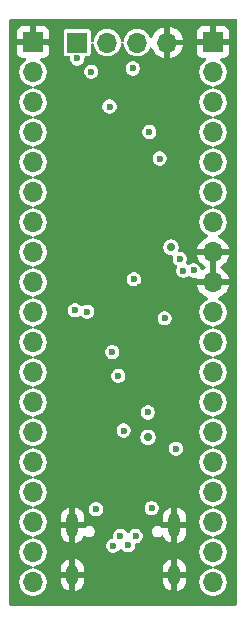
<source format=gbr>
%TF.GenerationSoftware,KiCad,Pcbnew,9.0.0*%
%TF.CreationDate,2025-08-25T15:59:45-02:30*%
%TF.ProjectId,STM32_PCB_Test_Project,53544d33-325f-4504-9342-5f546573745f,rev?*%
%TF.SameCoordinates,Original*%
%TF.FileFunction,Copper,L3,Inr*%
%TF.FilePolarity,Positive*%
%FSLAX46Y46*%
G04 Gerber Fmt 4.6, Leading zero omitted, Abs format (unit mm)*
G04 Created by KiCad (PCBNEW 9.0.0) date 2025-08-25 15:59:45*
%MOMM*%
%LPD*%
G01*
G04 APERTURE LIST*
%TA.AperFunction,ComponentPad*%
%ADD10R,1.700000X1.700000*%
%TD*%
%TA.AperFunction,ComponentPad*%
%ADD11O,1.700000X1.700000*%
%TD*%
%TA.AperFunction,HeatsinkPad*%
%ADD12O,1.000000X2.100000*%
%TD*%
%TA.AperFunction,HeatsinkPad*%
%ADD13O,1.000000X1.800000*%
%TD*%
%TA.AperFunction,ViaPad*%
%ADD14C,0.600000*%
%TD*%
%TA.AperFunction,ViaPad*%
%ADD15C,0.700000*%
%TD*%
G04 APERTURE END LIST*
D10*
%TO.N,+3.3V*%
%TO.C,J2*%
X157025000Y-74675000D03*
D11*
%TO.N,/SWDIO*%
X159565000Y-74675000D03*
%TO.N,/SWCLK*%
X162105000Y-74675000D03*
%TO.N,GND*%
X164645000Y-74675000D03*
%TD*%
D10*
%TO.N,GND*%
%TO.C,J4*%
X168515000Y-74650000D03*
D11*
%TO.N,VBUS*%
X168515000Y-77190000D03*
%TO.N,/PA2*%
X168515000Y-79730000D03*
%TO.N,/PA1*%
X168515000Y-82270000D03*
%TO.N,/PA0*%
X168515000Y-84810000D03*
%TO.N,+3.3V*%
X168515000Y-87350000D03*
X168515000Y-89890000D03*
%TO.N,GND*%
X168515000Y-92430000D03*
X168515000Y-94970000D03*
%TO.N,/PC13*%
X168515000Y-97510000D03*
%TO.N,+3.3V*%
X168515000Y-100050000D03*
%TO.N,/PB9*%
X168515000Y-102590000D03*
%TO.N,/PB8*%
X168515000Y-105130000D03*
%TO.N,/PB7*%
X168515000Y-107670000D03*
%TO.N,/PB6*%
X168515000Y-110210000D03*
%TO.N,/PB5*%
X168515000Y-112750000D03*
%TO.N,/PB4*%
X168515000Y-115290000D03*
%TO.N,/PB3*%
X168515000Y-117830000D03*
%TO.N,/PA15*%
X168515000Y-120370000D03*
%TD*%
D10*
%TO.N,GND*%
%TO.C,J3*%
X153275000Y-74650000D03*
D11*
%TO.N,VBUS*%
X153275000Y-77190000D03*
%TO.N,/PA3*%
X153275000Y-79730000D03*
%TO.N,/PA4*%
X153275000Y-82270000D03*
%TO.N,/PA5*%
X153275000Y-84810000D03*
%TO.N,/PA6*%
X153275000Y-87350000D03*
%TO.N,/PA7*%
X153275000Y-89890000D03*
%TO.N,/PB0*%
X153275000Y-92430000D03*
%TO.N,/PB1*%
X153275000Y-94970000D03*
%TO.N,/PB2*%
X153275000Y-97510000D03*
%TO.N,/PB10*%
X153275000Y-100050000D03*
%TO.N,/PB11*%
X153275000Y-102590000D03*
%TO.N,/PB12*%
X153275000Y-105130000D03*
%TO.N,/PB13*%
X153275000Y-107670000D03*
%TO.N,/PB14*%
X153275000Y-110210000D03*
%TO.N,/PB15*%
X153275000Y-112750000D03*
%TO.N,/PA8*%
X153275000Y-115290000D03*
%TO.N,/PA9*%
X153275000Y-117830000D03*
%TO.N,/PA10*%
X153275000Y-120370000D03*
%TD*%
D12*
%TO.N,GND*%
%TO.C,J1*%
X156605000Y-115560000D03*
D13*
X156605000Y-119740000D03*
D12*
X165245000Y-115560000D03*
D13*
X165245000Y-119740000D03*
%TD*%
D14*
%TO.N,VBUS*%
X160950000Y-107525000D03*
D15*
%TO.N,GND*%
X158600000Y-83100000D03*
D14*
X166225000Y-88475000D03*
X163125000Y-97100000D03*
X157050000Y-113225000D03*
X158300000Y-96300000D03*
D15*
X159790000Y-87852910D03*
D14*
X167000000Y-74700000D03*
X162350000Y-80000000D03*
X165075000Y-105000000D03*
X164125000Y-113200000D03*
X163550000Y-109800000D03*
X162316154Y-95356484D03*
X166800000Y-99900000D03*
X162875000Y-109800000D03*
X164906963Y-86894132D03*
X154800000Y-74700000D03*
D15*
X160910245Y-112675000D03*
D14*
%TO.N,+3.3V*%
X163000000Y-106000000D03*
X164425000Y-98025000D03*
X160500000Y-102900000D03*
X156825000Y-97350000D03*
D15*
X163002000Y-108100000D03*
D14*
X165387500Y-109062500D03*
X157025000Y-76025000D03*
X159750000Y-80100000D03*
%TO.N,+3.3VA*%
X161825000Y-94725000D03*
%TO.N,Net-(U1-NRST)*%
X163125000Y-82250000D03*
X164000000Y-84500000D03*
%TO.N,/OSC_IN*%
X165700270Y-93003290D03*
%TO.N,/OSC32_IN*%
X166875000Y-93975000D03*
%TO.N,/OSC32_OUT*%
X166012821Y-94008523D03*
%TO.N,VBUS*%
X158605331Y-114180331D03*
X163325000Y-114100000D03*
%TO.N,/SWCLK*%
X161725000Y-76875000D03*
X157859620Y-97465380D03*
%TO.N,/SWDIO*%
X158200000Y-77150000D03*
X159980122Y-100889752D03*
D15*
%TO.N,/OSC_OUT*%
X164956963Y-92000000D03*
D14*
%TO.N,/USB_D+*%
X161976000Y-116459620D03*
X160675000Y-116425000D03*
%TO.N,/USB_D-*%
X160075000Y-117275000D03*
X161325000Y-117250000D03*
%TD*%
%TA.AperFunction,Conductor*%
%TO.N,GND*%
G36*
X168765000Y-94536988D02*
G01*
X168707993Y-94504075D01*
X168580826Y-94470000D01*
X168449174Y-94470000D01*
X168322007Y-94504075D01*
X168265000Y-94536988D01*
X168265000Y-92863012D01*
X168322007Y-92895925D01*
X168449174Y-92930000D01*
X168580826Y-92930000D01*
X168707993Y-92895925D01*
X168765000Y-92863012D01*
X168765000Y-94536988D01*
G37*
%TD.AperFunction*%
%TA.AperFunction,Conductor*%
G36*
X170457539Y-72670185D02*
G01*
X170503294Y-72722989D01*
X170514500Y-72774500D01*
X170514500Y-122225500D01*
X170494815Y-122292539D01*
X170442011Y-122338294D01*
X170390500Y-122349500D01*
X151399500Y-122349500D01*
X151332461Y-122329815D01*
X151286706Y-122277011D01*
X151275500Y-122225500D01*
X151275500Y-73752155D01*
X151925000Y-73752155D01*
X151925000Y-74400000D01*
X152841988Y-74400000D01*
X152809075Y-74457007D01*
X152775000Y-74584174D01*
X152775000Y-74715826D01*
X152809075Y-74842993D01*
X152841988Y-74900000D01*
X151925000Y-74900000D01*
X151925000Y-75547844D01*
X151931401Y-75607372D01*
X151931403Y-75607379D01*
X151981645Y-75742086D01*
X151981649Y-75742093D01*
X152067809Y-75857187D01*
X152067812Y-75857190D01*
X152182906Y-75943350D01*
X152182913Y-75943354D01*
X152317620Y-75993596D01*
X152317627Y-75993598D01*
X152377155Y-75999999D01*
X152377172Y-76000000D01*
X152573913Y-76000000D01*
X152640952Y-76019685D01*
X152686707Y-76072489D01*
X152696651Y-76141647D01*
X152667626Y-76205203D01*
X152646798Y-76224318D01*
X152525504Y-76312441D01*
X152397445Y-76440500D01*
X152397441Y-76440505D01*
X152291006Y-76587002D01*
X152208788Y-76748360D01*
X152208787Y-76748363D01*
X152152829Y-76920589D01*
X152124500Y-77099448D01*
X152124500Y-77280551D01*
X152152829Y-77459410D01*
X152208787Y-77631636D01*
X152208788Y-77631639D01*
X152291006Y-77792997D01*
X152397441Y-77939494D01*
X152397445Y-77939499D01*
X152525500Y-78067554D01*
X152525505Y-78067558D01*
X152653287Y-78160396D01*
X152672006Y-78173996D01*
X152777484Y-78227740D01*
X152833360Y-78256211D01*
X152833363Y-78256212D01*
X152919476Y-78284191D01*
X153005591Y-78312171D01*
X153078639Y-78323740D01*
X153165678Y-78337527D01*
X153228813Y-78367456D01*
X153265744Y-78426768D01*
X153264746Y-78496631D01*
X153226136Y-78554863D01*
X153165678Y-78582473D01*
X153005589Y-78607829D01*
X152833363Y-78663787D01*
X152833360Y-78663788D01*
X152672002Y-78746006D01*
X152525505Y-78852441D01*
X152525500Y-78852445D01*
X152397445Y-78980500D01*
X152397441Y-78980505D01*
X152291006Y-79127002D01*
X152208788Y-79288360D01*
X152208787Y-79288363D01*
X152152829Y-79460589D01*
X152124500Y-79639448D01*
X152124500Y-79820551D01*
X152152829Y-79999410D01*
X152208787Y-80171636D01*
X152208788Y-80171639D01*
X152264664Y-80281300D01*
X152290387Y-80331784D01*
X152291006Y-80332997D01*
X152397441Y-80479494D01*
X152397445Y-80479499D01*
X152525500Y-80607554D01*
X152525505Y-80607558D01*
X152597103Y-80659576D01*
X152672006Y-80713996D01*
X152777484Y-80767740D01*
X152833360Y-80796211D01*
X152833363Y-80796212D01*
X152919476Y-80824191D01*
X153005591Y-80852171D01*
X153078639Y-80863740D01*
X153165678Y-80877527D01*
X153228813Y-80907456D01*
X153265744Y-80966768D01*
X153264746Y-81036631D01*
X153226136Y-81094863D01*
X153165678Y-81122473D01*
X153005589Y-81147829D01*
X152833363Y-81203787D01*
X152833360Y-81203788D01*
X152672002Y-81286006D01*
X152525505Y-81392441D01*
X152525500Y-81392445D01*
X152397445Y-81520500D01*
X152397441Y-81520505D01*
X152291006Y-81667002D01*
X152208788Y-81828360D01*
X152208787Y-81828363D01*
X152152829Y-82000589D01*
X152124500Y-82179448D01*
X152124500Y-82360551D01*
X152152829Y-82539410D01*
X152208787Y-82711636D01*
X152208788Y-82711639D01*
X152291006Y-82872997D01*
X152397441Y-83019494D01*
X152397445Y-83019499D01*
X152525500Y-83147554D01*
X152525505Y-83147558D01*
X152653287Y-83240396D01*
X152672006Y-83253996D01*
X152777484Y-83307740D01*
X152833360Y-83336211D01*
X152833363Y-83336212D01*
X152919476Y-83364191D01*
X153005591Y-83392171D01*
X153078639Y-83403740D01*
X153165678Y-83417527D01*
X153228813Y-83447456D01*
X153265744Y-83506768D01*
X153264746Y-83576631D01*
X153226136Y-83634863D01*
X153165678Y-83662473D01*
X153005589Y-83687829D01*
X152833363Y-83743787D01*
X152833360Y-83743788D01*
X152672002Y-83826006D01*
X152525505Y-83932441D01*
X152525500Y-83932445D01*
X152397445Y-84060500D01*
X152397441Y-84060505D01*
X152291006Y-84207002D01*
X152208788Y-84368360D01*
X152208787Y-84368363D01*
X152152829Y-84540589D01*
X152124500Y-84719448D01*
X152124500Y-84900551D01*
X152152829Y-85079410D01*
X152208787Y-85251636D01*
X152208788Y-85251639D01*
X152291006Y-85412997D01*
X152397441Y-85559494D01*
X152397445Y-85559499D01*
X152525500Y-85687554D01*
X152525505Y-85687558D01*
X152653287Y-85780396D01*
X152672006Y-85793996D01*
X152777484Y-85847740D01*
X152833360Y-85876211D01*
X152833363Y-85876212D01*
X152919476Y-85904191D01*
X153005591Y-85932171D01*
X153078639Y-85943740D01*
X153165678Y-85957527D01*
X153228813Y-85987456D01*
X153265744Y-86046768D01*
X153264746Y-86116631D01*
X153226136Y-86174863D01*
X153165678Y-86202473D01*
X153005589Y-86227829D01*
X152833363Y-86283787D01*
X152833360Y-86283788D01*
X152672002Y-86366006D01*
X152525505Y-86472441D01*
X152525500Y-86472445D01*
X152397445Y-86600500D01*
X152397441Y-86600505D01*
X152291006Y-86747002D01*
X152208788Y-86908360D01*
X152208787Y-86908363D01*
X152152829Y-87080589D01*
X152124500Y-87259448D01*
X152124500Y-87440551D01*
X152152829Y-87619410D01*
X152208787Y-87791636D01*
X152208788Y-87791639D01*
X152291006Y-87952997D01*
X152397441Y-88099494D01*
X152397445Y-88099499D01*
X152525500Y-88227554D01*
X152525505Y-88227558D01*
X152653287Y-88320396D01*
X152672006Y-88333996D01*
X152777484Y-88387740D01*
X152833360Y-88416211D01*
X152833363Y-88416212D01*
X152919476Y-88444191D01*
X153005591Y-88472171D01*
X153078639Y-88483740D01*
X153165678Y-88497527D01*
X153228813Y-88527456D01*
X153265744Y-88586768D01*
X153264746Y-88656631D01*
X153226136Y-88714863D01*
X153165678Y-88742473D01*
X153005589Y-88767829D01*
X152833363Y-88823787D01*
X152833360Y-88823788D01*
X152672002Y-88906006D01*
X152525505Y-89012441D01*
X152525500Y-89012445D01*
X152397445Y-89140500D01*
X152397441Y-89140505D01*
X152291006Y-89287002D01*
X152208788Y-89448360D01*
X152208787Y-89448363D01*
X152152829Y-89620589D01*
X152124500Y-89799448D01*
X152124500Y-89980551D01*
X152152829Y-90159410D01*
X152208787Y-90331636D01*
X152208788Y-90331639D01*
X152291006Y-90492997D01*
X152397441Y-90639494D01*
X152397445Y-90639499D01*
X152525500Y-90767554D01*
X152525505Y-90767558D01*
X152653287Y-90860396D01*
X152672006Y-90873996D01*
X152777484Y-90927740D01*
X152833360Y-90956211D01*
X152833363Y-90956212D01*
X152919476Y-90984191D01*
X153005591Y-91012171D01*
X153078639Y-91023740D01*
X153165678Y-91037527D01*
X153228813Y-91067456D01*
X153265744Y-91126768D01*
X153264746Y-91196631D01*
X153226136Y-91254863D01*
X153165678Y-91282473D01*
X153005589Y-91307829D01*
X152833363Y-91363787D01*
X152833360Y-91363788D01*
X152672002Y-91446006D01*
X152525505Y-91552441D01*
X152525500Y-91552445D01*
X152397445Y-91680500D01*
X152397441Y-91680505D01*
X152291006Y-91827002D01*
X152208788Y-91988360D01*
X152208787Y-91988363D01*
X152152829Y-92160589D01*
X152124500Y-92339448D01*
X152124500Y-92520551D01*
X152152829Y-92699410D01*
X152208787Y-92871636D01*
X152208788Y-92871639D01*
X152291006Y-93032997D01*
X152397441Y-93179494D01*
X152397445Y-93179499D01*
X152525500Y-93307554D01*
X152525505Y-93307558D01*
X152614202Y-93371999D01*
X152672006Y-93413996D01*
X152740599Y-93448946D01*
X152833360Y-93496211D01*
X152833363Y-93496212D01*
X152914610Y-93522610D01*
X153005591Y-93552171D01*
X153073123Y-93562867D01*
X153165678Y-93577527D01*
X153228813Y-93607456D01*
X153265744Y-93666768D01*
X153264746Y-93736631D01*
X153226136Y-93794863D01*
X153165678Y-93822473D01*
X153005589Y-93847829D01*
X152833363Y-93903787D01*
X152833360Y-93903788D01*
X152672002Y-93986006D01*
X152525505Y-94092441D01*
X152525500Y-94092445D01*
X152397445Y-94220500D01*
X152397441Y-94220505D01*
X152291006Y-94367002D01*
X152208788Y-94528360D01*
X152208787Y-94528363D01*
X152152829Y-94700589D01*
X152124500Y-94879448D01*
X152124500Y-95060551D01*
X152152829Y-95239410D01*
X152208787Y-95411636D01*
X152208788Y-95411639D01*
X152291006Y-95572997D01*
X152397441Y-95719494D01*
X152397445Y-95719499D01*
X152525500Y-95847554D01*
X152525505Y-95847558D01*
X152653287Y-95940396D01*
X152672006Y-95953996D01*
X152761750Y-95999723D01*
X152833360Y-96036211D01*
X152833363Y-96036212D01*
X152919476Y-96064191D01*
X153005591Y-96092171D01*
X153078639Y-96103740D01*
X153165678Y-96117527D01*
X153228813Y-96147456D01*
X153265744Y-96206768D01*
X153264746Y-96276631D01*
X153226136Y-96334863D01*
X153165678Y-96362473D01*
X153005589Y-96387829D01*
X152833363Y-96443787D01*
X152833360Y-96443788D01*
X152672002Y-96526006D01*
X152525505Y-96632441D01*
X152525500Y-96632445D01*
X152397445Y-96760500D01*
X152397441Y-96760505D01*
X152291006Y-96907002D01*
X152208788Y-97068360D01*
X152208787Y-97068363D01*
X152152829Y-97240589D01*
X152124500Y-97419448D01*
X152124500Y-97600551D01*
X152152829Y-97779410D01*
X152208787Y-97951636D01*
X152208788Y-97951639D01*
X152264664Y-98061300D01*
X152286450Y-98104057D01*
X152291006Y-98112997D01*
X152397441Y-98259494D01*
X152397445Y-98259499D01*
X152525500Y-98387554D01*
X152525505Y-98387558D01*
X152653287Y-98480396D01*
X152672006Y-98493996D01*
X152777484Y-98547740D01*
X152833360Y-98576211D01*
X152833363Y-98576212D01*
X152859109Y-98584577D01*
X153005591Y-98632171D01*
X153078639Y-98643740D01*
X153165678Y-98657527D01*
X153228813Y-98687456D01*
X153265744Y-98746768D01*
X153264746Y-98816631D01*
X153226136Y-98874863D01*
X153165678Y-98902473D01*
X153005589Y-98927829D01*
X152833363Y-98983787D01*
X152833360Y-98983788D01*
X152672002Y-99066006D01*
X152525505Y-99172441D01*
X152525500Y-99172445D01*
X152397445Y-99300500D01*
X152397441Y-99300505D01*
X152291006Y-99447002D01*
X152208788Y-99608360D01*
X152208787Y-99608363D01*
X152152829Y-99780589D01*
X152124500Y-99959448D01*
X152124500Y-100140551D01*
X152152829Y-100319410D01*
X152208787Y-100491636D01*
X152208788Y-100491639D01*
X152291006Y-100652997D01*
X152397441Y-100799494D01*
X152397445Y-100799499D01*
X152525500Y-100927554D01*
X152525505Y-100927558D01*
X152582283Y-100968809D01*
X152672006Y-101033996D01*
X152777484Y-101087740D01*
X152833360Y-101116211D01*
X152833363Y-101116212D01*
X152849768Y-101121542D01*
X153005591Y-101172171D01*
X153078639Y-101183740D01*
X153165678Y-101197527D01*
X153228813Y-101227456D01*
X153265744Y-101286768D01*
X153264746Y-101356631D01*
X153226136Y-101414863D01*
X153165678Y-101442473D01*
X153005589Y-101467829D01*
X152833363Y-101523787D01*
X152833360Y-101523788D01*
X152672002Y-101606006D01*
X152525505Y-101712441D01*
X152525500Y-101712445D01*
X152397445Y-101840500D01*
X152397441Y-101840505D01*
X152291006Y-101987002D01*
X152208788Y-102148360D01*
X152208787Y-102148363D01*
X152152829Y-102320589D01*
X152124500Y-102499448D01*
X152124500Y-102680551D01*
X152152829Y-102859410D01*
X152208787Y-103031636D01*
X152208788Y-103031639D01*
X152291006Y-103192997D01*
X152397441Y-103339494D01*
X152397445Y-103339499D01*
X152525500Y-103467554D01*
X152525505Y-103467558D01*
X152653287Y-103560396D01*
X152672006Y-103573996D01*
X152777484Y-103627740D01*
X152833360Y-103656211D01*
X152833363Y-103656212D01*
X152919476Y-103684191D01*
X153005591Y-103712171D01*
X153078639Y-103723740D01*
X153165678Y-103737527D01*
X153228813Y-103767456D01*
X153265744Y-103826768D01*
X153264746Y-103896631D01*
X153226136Y-103954863D01*
X153165678Y-103982473D01*
X153005589Y-104007829D01*
X152833363Y-104063787D01*
X152833360Y-104063788D01*
X152672002Y-104146006D01*
X152525505Y-104252441D01*
X152525500Y-104252445D01*
X152397445Y-104380500D01*
X152397441Y-104380505D01*
X152291006Y-104527002D01*
X152208788Y-104688360D01*
X152208787Y-104688363D01*
X152152829Y-104860589D01*
X152124500Y-105039448D01*
X152124500Y-105220551D01*
X152152829Y-105399410D01*
X152208787Y-105571636D01*
X152208788Y-105571639D01*
X152291006Y-105732997D01*
X152397441Y-105879494D01*
X152397445Y-105879499D01*
X152525500Y-106007554D01*
X152525505Y-106007558D01*
X152623915Y-106079056D01*
X152672006Y-106113996D01*
X152777484Y-106167740D01*
X152833360Y-106196211D01*
X152833363Y-106196212D01*
X152919476Y-106224191D01*
X153005591Y-106252171D01*
X153078639Y-106263740D01*
X153165678Y-106277527D01*
X153228813Y-106307456D01*
X153265744Y-106366768D01*
X153264746Y-106436631D01*
X153226136Y-106494863D01*
X153165678Y-106522473D01*
X153005589Y-106547829D01*
X152833363Y-106603787D01*
X152833360Y-106603788D01*
X152672002Y-106686006D01*
X152525505Y-106792441D01*
X152525500Y-106792445D01*
X152397445Y-106920500D01*
X152397441Y-106920505D01*
X152291006Y-107067002D01*
X152208788Y-107228360D01*
X152208787Y-107228363D01*
X152152829Y-107400589D01*
X152124500Y-107579448D01*
X152124500Y-107760551D01*
X152152829Y-107939410D01*
X152208787Y-108111636D01*
X152208788Y-108111639D01*
X152291006Y-108272997D01*
X152397441Y-108419494D01*
X152397445Y-108419499D01*
X152525500Y-108547554D01*
X152525505Y-108547558D01*
X152572885Y-108581981D01*
X152672006Y-108653996D01*
X152750090Y-108693782D01*
X152833360Y-108736211D01*
X152833363Y-108736212D01*
X152919476Y-108764191D01*
X153005591Y-108792171D01*
X153078639Y-108803740D01*
X153165678Y-108817527D01*
X153228813Y-108847456D01*
X153265744Y-108906768D01*
X153264746Y-108976631D01*
X153226136Y-109034863D01*
X153165678Y-109062473D01*
X153005589Y-109087829D01*
X152833363Y-109143787D01*
X152833360Y-109143788D01*
X152672002Y-109226006D01*
X152525505Y-109332441D01*
X152525500Y-109332445D01*
X152397445Y-109460500D01*
X152397441Y-109460505D01*
X152291006Y-109607002D01*
X152208788Y-109768360D01*
X152208787Y-109768363D01*
X152152829Y-109940589D01*
X152124500Y-110119448D01*
X152124500Y-110300551D01*
X152152829Y-110479410D01*
X152208787Y-110651636D01*
X152208788Y-110651639D01*
X152291006Y-110812997D01*
X152397441Y-110959494D01*
X152397445Y-110959499D01*
X152525500Y-111087554D01*
X152525505Y-111087558D01*
X152653287Y-111180396D01*
X152672006Y-111193996D01*
X152777484Y-111247740D01*
X152833360Y-111276211D01*
X152833363Y-111276212D01*
X152919476Y-111304191D01*
X153005591Y-111332171D01*
X153078639Y-111343740D01*
X153165678Y-111357527D01*
X153228813Y-111387456D01*
X153265744Y-111446768D01*
X153264746Y-111516631D01*
X153226136Y-111574863D01*
X153165678Y-111602473D01*
X153005589Y-111627829D01*
X152833363Y-111683787D01*
X152833360Y-111683788D01*
X152672002Y-111766006D01*
X152525505Y-111872441D01*
X152525500Y-111872445D01*
X152397445Y-112000500D01*
X152397441Y-112000505D01*
X152291006Y-112147002D01*
X152208788Y-112308360D01*
X152208787Y-112308363D01*
X152152829Y-112480589D01*
X152124500Y-112659448D01*
X152124500Y-112840551D01*
X152152829Y-113019410D01*
X152208787Y-113191636D01*
X152208788Y-113191639D01*
X152291006Y-113352997D01*
X152397441Y-113499494D01*
X152397445Y-113499499D01*
X152525500Y-113627554D01*
X152525505Y-113627558D01*
X152653287Y-113720396D01*
X152672006Y-113733996D01*
X152777484Y-113787740D01*
X152833360Y-113816211D01*
X152833363Y-113816212D01*
X152919476Y-113844191D01*
X153005591Y-113872171D01*
X153078639Y-113883740D01*
X153165678Y-113897527D01*
X153228813Y-113927456D01*
X153265744Y-113986768D01*
X153264746Y-114056631D01*
X153226136Y-114114863D01*
X153165678Y-114142473D01*
X153005589Y-114167829D01*
X152833363Y-114223787D01*
X152833360Y-114223788D01*
X152672002Y-114306006D01*
X152525505Y-114412441D01*
X152525500Y-114412445D01*
X152397445Y-114540500D01*
X152397441Y-114540505D01*
X152291006Y-114687002D01*
X152208788Y-114848360D01*
X152208787Y-114848363D01*
X152152829Y-115020589D01*
X152124500Y-115199448D01*
X152124500Y-115380551D01*
X152152829Y-115559410D01*
X152208787Y-115731636D01*
X152208788Y-115731639D01*
X152238686Y-115790315D01*
X152282581Y-115876464D01*
X152291006Y-115892997D01*
X152397441Y-116039494D01*
X152397445Y-116039499D01*
X152525500Y-116167554D01*
X152525505Y-116167558D01*
X152560821Y-116193216D01*
X152672006Y-116273996D01*
X152777484Y-116327740D01*
X152833360Y-116356211D01*
X152833363Y-116356212D01*
X152908310Y-116380563D01*
X153005591Y-116412171D01*
X153063855Y-116421399D01*
X153165678Y-116437527D01*
X153228813Y-116467456D01*
X153265744Y-116526768D01*
X153264746Y-116596631D01*
X153226136Y-116654863D01*
X153165678Y-116682473D01*
X153005589Y-116707829D01*
X152833363Y-116763787D01*
X152833360Y-116763788D01*
X152672002Y-116846006D01*
X152525505Y-116952441D01*
X152525500Y-116952445D01*
X152397445Y-117080500D01*
X152397441Y-117080505D01*
X152291006Y-117227002D01*
X152208788Y-117388360D01*
X152208787Y-117388363D01*
X152152829Y-117560589D01*
X152124500Y-117739448D01*
X152124500Y-117920551D01*
X152152829Y-118099410D01*
X152208787Y-118271636D01*
X152208788Y-118271639D01*
X152291006Y-118432997D01*
X152397441Y-118579494D01*
X152397445Y-118579499D01*
X152525500Y-118707554D01*
X152525505Y-118707558D01*
X152653287Y-118800396D01*
X152672006Y-118813996D01*
X152774687Y-118866315D01*
X152833360Y-118896211D01*
X152833363Y-118896212D01*
X152919476Y-118924191D01*
X153005591Y-118952171D01*
X153078639Y-118963740D01*
X153165678Y-118977527D01*
X153228813Y-119007456D01*
X153265744Y-119066768D01*
X153264746Y-119136631D01*
X153226136Y-119194863D01*
X153165678Y-119222473D01*
X153005589Y-119247829D01*
X152833363Y-119303787D01*
X152833360Y-119303788D01*
X152672002Y-119386006D01*
X152525505Y-119492441D01*
X152525500Y-119492445D01*
X152397445Y-119620500D01*
X152397441Y-119620505D01*
X152291006Y-119767002D01*
X152208788Y-119928360D01*
X152208787Y-119928363D01*
X152152829Y-120100589D01*
X152124500Y-120279448D01*
X152124500Y-120460551D01*
X152152829Y-120639410D01*
X152208787Y-120811636D01*
X152208788Y-120811639D01*
X152291006Y-120972997D01*
X152397441Y-121119494D01*
X152397445Y-121119499D01*
X152525500Y-121247554D01*
X152525505Y-121247558D01*
X152653287Y-121340396D01*
X152672006Y-121353996D01*
X152777484Y-121407740D01*
X152833360Y-121436211D01*
X152833363Y-121436212D01*
X152919476Y-121464191D01*
X153005591Y-121492171D01*
X153088429Y-121505291D01*
X153184449Y-121520500D01*
X153184454Y-121520500D01*
X153365551Y-121520500D01*
X153452259Y-121506765D01*
X153544409Y-121492171D01*
X153716639Y-121436211D01*
X153877994Y-121353996D01*
X154024501Y-121247553D01*
X154152553Y-121119501D01*
X154258996Y-120972994D01*
X154341211Y-120811639D01*
X154397171Y-120639409D01*
X154411765Y-120547259D01*
X154425500Y-120460551D01*
X154425500Y-120279448D01*
X154397170Y-120100587D01*
X154357001Y-119976955D01*
X154341212Y-119928363D01*
X154341211Y-119928360D01*
X154312740Y-119872484D01*
X154258996Y-119767006D01*
X154245396Y-119748287D01*
X154152558Y-119620505D01*
X154152554Y-119620500D01*
X154024499Y-119492445D01*
X154024494Y-119492441D01*
X153877997Y-119386006D01*
X153877996Y-119386005D01*
X153877994Y-119386004D01*
X153799290Y-119345902D01*
X153716639Y-119303788D01*
X153716636Y-119303787D01*
X153544410Y-119247829D01*
X153504476Y-119241504D01*
X155605000Y-119241504D01*
X155605000Y-119490000D01*
X156305000Y-119490000D01*
X156305000Y-119990000D01*
X155605000Y-119990000D01*
X155605000Y-120238495D01*
X155643427Y-120431681D01*
X155643430Y-120431693D01*
X155718807Y-120613671D01*
X155718814Y-120613684D01*
X155828248Y-120777462D01*
X155828251Y-120777466D01*
X155967533Y-120916748D01*
X155967537Y-120916751D01*
X156131315Y-121026185D01*
X156131328Y-121026192D01*
X156313308Y-121101569D01*
X156355000Y-121109862D01*
X156355000Y-120306988D01*
X156364940Y-120324205D01*
X156420795Y-120380060D01*
X156489204Y-120419556D01*
X156565504Y-120440000D01*
X156644496Y-120440000D01*
X156720796Y-120419556D01*
X156789205Y-120380060D01*
X156845060Y-120324205D01*
X156855000Y-120306988D01*
X156855000Y-121109862D01*
X156896690Y-121101569D01*
X156896692Y-121101569D01*
X157078671Y-121026192D01*
X157078684Y-121026185D01*
X157242462Y-120916751D01*
X157242466Y-120916748D01*
X157381748Y-120777466D01*
X157381751Y-120777462D01*
X157491185Y-120613684D01*
X157491192Y-120613671D01*
X157566569Y-120431693D01*
X157566572Y-120431681D01*
X157604999Y-120238495D01*
X157605000Y-120238492D01*
X157605000Y-119990000D01*
X156905000Y-119990000D01*
X156905000Y-119490000D01*
X157605000Y-119490000D01*
X157605000Y-119241508D01*
X157604999Y-119241504D01*
X164245000Y-119241504D01*
X164245000Y-119490000D01*
X164945000Y-119490000D01*
X164945000Y-119990000D01*
X164245000Y-119990000D01*
X164245000Y-120238495D01*
X164283427Y-120431681D01*
X164283430Y-120431693D01*
X164358807Y-120613671D01*
X164358814Y-120613684D01*
X164468248Y-120777462D01*
X164468251Y-120777466D01*
X164607533Y-120916748D01*
X164607537Y-120916751D01*
X164771315Y-121026185D01*
X164771328Y-121026192D01*
X164953308Y-121101569D01*
X164995000Y-121109862D01*
X164995000Y-120306988D01*
X165004940Y-120324205D01*
X165060795Y-120380060D01*
X165129204Y-120419556D01*
X165205504Y-120440000D01*
X165284496Y-120440000D01*
X165360796Y-120419556D01*
X165429205Y-120380060D01*
X165485060Y-120324205D01*
X165495000Y-120306988D01*
X165495000Y-121109862D01*
X165536690Y-121101569D01*
X165536692Y-121101569D01*
X165718671Y-121026192D01*
X165718684Y-121026185D01*
X165882462Y-120916751D01*
X165882466Y-120916748D01*
X166021748Y-120777466D01*
X166021751Y-120777462D01*
X166131185Y-120613684D01*
X166131192Y-120613671D01*
X166206569Y-120431693D01*
X166206572Y-120431681D01*
X166244999Y-120238495D01*
X166245000Y-120238492D01*
X166245000Y-119990000D01*
X165545000Y-119990000D01*
X165545000Y-119490000D01*
X166245000Y-119490000D01*
X166245000Y-119241508D01*
X166244999Y-119241504D01*
X166206572Y-119048318D01*
X166206569Y-119048306D01*
X166131192Y-118866328D01*
X166131185Y-118866315D01*
X166021751Y-118702537D01*
X166021748Y-118702533D01*
X165882466Y-118563251D01*
X165882462Y-118563248D01*
X165718684Y-118453814D01*
X165718671Y-118453807D01*
X165536691Y-118378429D01*
X165536683Y-118378427D01*
X165495000Y-118370135D01*
X165495000Y-119173011D01*
X165485060Y-119155795D01*
X165429205Y-119099940D01*
X165360796Y-119060444D01*
X165284496Y-119040000D01*
X165205504Y-119040000D01*
X165129204Y-119060444D01*
X165060795Y-119099940D01*
X165004940Y-119155795D01*
X164995000Y-119173011D01*
X164995000Y-118370136D01*
X164994999Y-118370135D01*
X164953316Y-118378427D01*
X164953308Y-118378429D01*
X164771328Y-118453807D01*
X164771315Y-118453814D01*
X164607537Y-118563248D01*
X164607533Y-118563251D01*
X164468251Y-118702533D01*
X164468248Y-118702537D01*
X164358814Y-118866315D01*
X164358807Y-118866328D01*
X164283430Y-119048306D01*
X164283427Y-119048318D01*
X164245000Y-119241504D01*
X157604999Y-119241504D01*
X157566572Y-119048318D01*
X157566569Y-119048306D01*
X157491192Y-118866328D01*
X157491185Y-118866315D01*
X157381751Y-118702537D01*
X157381748Y-118702533D01*
X157242466Y-118563251D01*
X157242462Y-118563248D01*
X157078684Y-118453814D01*
X157078671Y-118453807D01*
X156896691Y-118378429D01*
X156896683Y-118378427D01*
X156855000Y-118370135D01*
X156855000Y-119173011D01*
X156845060Y-119155795D01*
X156789205Y-119099940D01*
X156720796Y-119060444D01*
X156644496Y-119040000D01*
X156565504Y-119040000D01*
X156489204Y-119060444D01*
X156420795Y-119099940D01*
X156364940Y-119155795D01*
X156355000Y-119173011D01*
X156355000Y-118370136D01*
X156354999Y-118370135D01*
X156313316Y-118378427D01*
X156313308Y-118378429D01*
X156131328Y-118453807D01*
X156131315Y-118453814D01*
X155967537Y-118563248D01*
X155967533Y-118563251D01*
X155828251Y-118702533D01*
X155828248Y-118702537D01*
X155718814Y-118866315D01*
X155718807Y-118866328D01*
X155643430Y-119048306D01*
X155643427Y-119048318D01*
X155605000Y-119241504D01*
X153504476Y-119241504D01*
X153384321Y-119222473D01*
X153321186Y-119192544D01*
X153284255Y-119133232D01*
X153285253Y-119063370D01*
X153323863Y-119005137D01*
X153384321Y-118977527D01*
X153454425Y-118966422D01*
X153544409Y-118952171D01*
X153716639Y-118896211D01*
X153877994Y-118813996D01*
X154024501Y-118707553D01*
X154152553Y-118579501D01*
X154258996Y-118432994D01*
X154341211Y-118271639D01*
X154397171Y-118099409D01*
X154411765Y-118007259D01*
X154425500Y-117920551D01*
X154425500Y-117739448D01*
X154398181Y-117566970D01*
X154397171Y-117560591D01*
X154341211Y-117388361D01*
X154341211Y-117388360D01*
X154310993Y-117329055D01*
X154258996Y-117227006D01*
X154236427Y-117195943D01*
X159474500Y-117195943D01*
X159474500Y-117354057D01*
X159508725Y-117481784D01*
X159515423Y-117506783D01*
X159515426Y-117506790D01*
X159594475Y-117643709D01*
X159594479Y-117643714D01*
X159594480Y-117643716D01*
X159706284Y-117755520D01*
X159706286Y-117755521D01*
X159706290Y-117755524D01*
X159799914Y-117809577D01*
X159843216Y-117834577D01*
X159995943Y-117875500D01*
X159995945Y-117875500D01*
X160154055Y-117875500D01*
X160154057Y-117875500D01*
X160306784Y-117834577D01*
X160443716Y-117755520D01*
X160555520Y-117643716D01*
X160599830Y-117566968D01*
X160650394Y-117518753D01*
X160719001Y-117505529D01*
X160783866Y-117531496D01*
X160814603Y-117566968D01*
X160844477Y-117618712D01*
X160844479Y-117618715D01*
X160844480Y-117618716D01*
X160956284Y-117730520D01*
X160956286Y-117730521D01*
X160956290Y-117730524D01*
X161093209Y-117809573D01*
X161093216Y-117809577D01*
X161245943Y-117850500D01*
X161245945Y-117850500D01*
X161404055Y-117850500D01*
X161404057Y-117850500D01*
X161556784Y-117809577D01*
X161693716Y-117730520D01*
X161805520Y-117618716D01*
X161884577Y-117481784D01*
X161925500Y-117329057D01*
X161925500Y-117184120D01*
X161945185Y-117117081D01*
X161997989Y-117071326D01*
X162049500Y-117060120D01*
X162055055Y-117060120D01*
X162055057Y-117060120D01*
X162207784Y-117019197D01*
X162344716Y-116940140D01*
X162456520Y-116828336D01*
X162535577Y-116691404D01*
X162576500Y-116538677D01*
X162576500Y-116380563D01*
X162535577Y-116227836D01*
X162509119Y-116182009D01*
X162456524Y-116090910D01*
X162456518Y-116090902D01*
X162363015Y-115997399D01*
X163339500Y-115997399D01*
X163339500Y-116122601D01*
X163371905Y-116243536D01*
X163434505Y-116351964D01*
X163523036Y-116440495D01*
X163631464Y-116503095D01*
X163752399Y-116535500D01*
X163752401Y-116535500D01*
X163877599Y-116535500D01*
X163877601Y-116535500D01*
X163998536Y-116503095D01*
X164106964Y-116440495D01*
X164111883Y-116435575D01*
X164173202Y-116402089D01*
X164242894Y-116407070D01*
X164298830Y-116448939D01*
X164314127Y-116475802D01*
X164358807Y-116583671D01*
X164358814Y-116583684D01*
X164468248Y-116747462D01*
X164468251Y-116747466D01*
X164607533Y-116886748D01*
X164607537Y-116886751D01*
X164771315Y-116996185D01*
X164771328Y-116996192D01*
X164953308Y-117071569D01*
X164995000Y-117079862D01*
X164995000Y-116276988D01*
X165004940Y-116294205D01*
X165060795Y-116350060D01*
X165129204Y-116389556D01*
X165205504Y-116410000D01*
X165284496Y-116410000D01*
X165360796Y-116389556D01*
X165429205Y-116350060D01*
X165485060Y-116294205D01*
X165495000Y-116276988D01*
X165495000Y-117079862D01*
X165536690Y-117071569D01*
X165536692Y-117071569D01*
X165718671Y-116996192D01*
X165718684Y-116996185D01*
X165882462Y-116886751D01*
X165882466Y-116886748D01*
X166021748Y-116747466D01*
X166021751Y-116747462D01*
X166131185Y-116583684D01*
X166131192Y-116583671D01*
X166206569Y-116401693D01*
X166206572Y-116401681D01*
X166244999Y-116208495D01*
X166245000Y-116208492D01*
X166245000Y-115810000D01*
X165545000Y-115810000D01*
X165545000Y-115310000D01*
X166245000Y-115310000D01*
X166245000Y-114911508D01*
X166244999Y-114911504D01*
X166206572Y-114718318D01*
X166206569Y-114718306D01*
X166131192Y-114536328D01*
X166131185Y-114536315D01*
X166021751Y-114372537D01*
X166021748Y-114372533D01*
X165882466Y-114233251D01*
X165882462Y-114233248D01*
X165718684Y-114123814D01*
X165718671Y-114123807D01*
X165536691Y-114048429D01*
X165536683Y-114048427D01*
X165495000Y-114040135D01*
X165495000Y-114843011D01*
X165485060Y-114825795D01*
X165429205Y-114769940D01*
X165360796Y-114730444D01*
X165284496Y-114710000D01*
X165205504Y-114710000D01*
X165129204Y-114730444D01*
X165060795Y-114769940D01*
X165004940Y-114825795D01*
X164995000Y-114843011D01*
X164995000Y-114040136D01*
X164994999Y-114040135D01*
X164953316Y-114048427D01*
X164953308Y-114048429D01*
X164771328Y-114123807D01*
X164771315Y-114123814D01*
X164607537Y-114233248D01*
X164607533Y-114233251D01*
X164468251Y-114372533D01*
X164468248Y-114372537D01*
X164358814Y-114536315D01*
X164358807Y-114536328D01*
X164283430Y-114718306D01*
X164283427Y-114718318D01*
X164245000Y-114911504D01*
X164245000Y-115310000D01*
X164945000Y-115310000D01*
X164945000Y-115810000D01*
X164288821Y-115810000D01*
X164221782Y-115790315D01*
X164201140Y-115773681D01*
X164106965Y-115679506D01*
X164106964Y-115679505D01*
X163998536Y-115616905D01*
X163998537Y-115616905D01*
X163958224Y-115606103D01*
X163877601Y-115584500D01*
X163752399Y-115584500D01*
X163671775Y-115606103D01*
X163631463Y-115616905D01*
X163523037Y-115679504D01*
X163523034Y-115679506D01*
X163434506Y-115768034D01*
X163434504Y-115768037D01*
X163371905Y-115876463D01*
X163371905Y-115876464D01*
X163339500Y-115997399D01*
X162363015Y-115997399D01*
X162344717Y-115979101D01*
X162344709Y-115979095D01*
X162207790Y-115900046D01*
X162207786Y-115900044D01*
X162207784Y-115900043D01*
X162055057Y-115859120D01*
X161896943Y-115859120D01*
X161744216Y-115900043D01*
X161744209Y-115900046D01*
X161607290Y-115979095D01*
X161607282Y-115979101D01*
X161495481Y-116090902D01*
X161495477Y-116090907D01*
X161442880Y-116182009D01*
X161392313Y-116230225D01*
X161323706Y-116243448D01*
X161258841Y-116217480D01*
X161228108Y-116182011D01*
X161155520Y-116056284D01*
X161043716Y-115944480D01*
X161043714Y-115944479D01*
X161043709Y-115944475D01*
X160906790Y-115865426D01*
X160906786Y-115865424D01*
X160906784Y-115865423D01*
X160754057Y-115824500D01*
X160595943Y-115824500D01*
X160443216Y-115865423D01*
X160443209Y-115865426D01*
X160306290Y-115944475D01*
X160306282Y-115944481D01*
X160194481Y-116056282D01*
X160194475Y-116056290D01*
X160115426Y-116193209D01*
X160115423Y-116193216D01*
X160074500Y-116345943D01*
X160074500Y-116504058D01*
X160079755Y-116523670D01*
X160078092Y-116593520D01*
X160038928Y-116651382D01*
X159992075Y-116675536D01*
X159937911Y-116690049D01*
X159843214Y-116715423D01*
X159843209Y-116715426D01*
X159706290Y-116794475D01*
X159706282Y-116794481D01*
X159594481Y-116906282D01*
X159594475Y-116906290D01*
X159515426Y-117043209D01*
X159515423Y-117043216D01*
X159474500Y-117195943D01*
X154236427Y-117195943D01*
X154218264Y-117170943D01*
X154152558Y-117080505D01*
X154152554Y-117080500D01*
X154024499Y-116952445D01*
X154024494Y-116952441D01*
X153877997Y-116846006D01*
X153877996Y-116846005D01*
X153877994Y-116846004D01*
X153826300Y-116819664D01*
X153716639Y-116763788D01*
X153716636Y-116763787D01*
X153544410Y-116707829D01*
X153384321Y-116682473D01*
X153321186Y-116652544D01*
X153284255Y-116593232D01*
X153285253Y-116523370D01*
X153323863Y-116465137D01*
X153384321Y-116437527D01*
X153454425Y-116426422D01*
X153544409Y-116412171D01*
X153716639Y-116356211D01*
X153877994Y-116273996D01*
X154024501Y-116167553D01*
X154152553Y-116039501D01*
X154258996Y-115892994D01*
X154341211Y-115731639D01*
X154341213Y-115731633D01*
X154344889Y-115720321D01*
X154344889Y-115720320D01*
X154360763Y-115671460D01*
X154397171Y-115559409D01*
X154411765Y-115467259D01*
X154425500Y-115380551D01*
X154425500Y-115199448D01*
X154397170Y-115020587D01*
X154372200Y-114943734D01*
X154361728Y-114911504D01*
X155605000Y-114911504D01*
X155605000Y-115310000D01*
X156305000Y-115310000D01*
X156305000Y-115810000D01*
X155605000Y-115810000D01*
X155605000Y-116208495D01*
X155643427Y-116401681D01*
X155643430Y-116401693D01*
X155718807Y-116583671D01*
X155718814Y-116583684D01*
X155828248Y-116747462D01*
X155828251Y-116747466D01*
X155967533Y-116886748D01*
X155967537Y-116886751D01*
X156131315Y-116996185D01*
X156131328Y-116996192D01*
X156313308Y-117071569D01*
X156355000Y-117079862D01*
X156355000Y-116276988D01*
X156364940Y-116294205D01*
X156420795Y-116350060D01*
X156489204Y-116389556D01*
X156565504Y-116410000D01*
X156644496Y-116410000D01*
X156720796Y-116389556D01*
X156789205Y-116350060D01*
X156845060Y-116294205D01*
X156855000Y-116276988D01*
X156855000Y-117079862D01*
X156896690Y-117071569D01*
X156896692Y-117071569D01*
X157078671Y-116996192D01*
X157078684Y-116996185D01*
X157242462Y-116886751D01*
X157242466Y-116886748D01*
X157381748Y-116747466D01*
X157381751Y-116747462D01*
X157491185Y-116583684D01*
X157491187Y-116583680D01*
X157535871Y-116475802D01*
X157579712Y-116421399D01*
X157646006Y-116399333D01*
X157713705Y-116416612D01*
X157738114Y-116435573D01*
X157743036Y-116440495D01*
X157851464Y-116503095D01*
X157972399Y-116535500D01*
X157972401Y-116535500D01*
X158097599Y-116535500D01*
X158097601Y-116535500D01*
X158218536Y-116503095D01*
X158326964Y-116440495D01*
X158415495Y-116351964D01*
X158478095Y-116243536D01*
X158510500Y-116122601D01*
X158510500Y-115997399D01*
X158478095Y-115876464D01*
X158415495Y-115768036D01*
X158326964Y-115679505D01*
X158218536Y-115616905D01*
X158218537Y-115616905D01*
X158178224Y-115606103D01*
X158097601Y-115584500D01*
X157972399Y-115584500D01*
X157891775Y-115606103D01*
X157851463Y-115616905D01*
X157743037Y-115679504D01*
X157743034Y-115679506D01*
X157648860Y-115773681D01*
X157587537Y-115807166D01*
X157561179Y-115810000D01*
X156905000Y-115810000D01*
X156905000Y-115310000D01*
X157605000Y-115310000D01*
X157605000Y-114911508D01*
X157604999Y-114911504D01*
X157566572Y-114718318D01*
X157566569Y-114718306D01*
X157491192Y-114536328D01*
X157491185Y-114536315D01*
X157381751Y-114372537D01*
X157381748Y-114372533D01*
X157242466Y-114233251D01*
X157242462Y-114233248D01*
X157187089Y-114196249D01*
X157078684Y-114123814D01*
X157078671Y-114123807D01*
X157024271Y-114101274D01*
X158004831Y-114101274D01*
X158004831Y-114259388D01*
X158024230Y-114331784D01*
X158045754Y-114412114D01*
X158045757Y-114412121D01*
X158124806Y-114549040D01*
X158124810Y-114549045D01*
X158124811Y-114549047D01*
X158236615Y-114660851D01*
X158236617Y-114660852D01*
X158236621Y-114660855D01*
X158357155Y-114730444D01*
X158373547Y-114739908D01*
X158526274Y-114780831D01*
X158526276Y-114780831D01*
X158684386Y-114780831D01*
X158684388Y-114780831D01*
X158837115Y-114739908D01*
X158974047Y-114660851D01*
X159085851Y-114549047D01*
X159164908Y-114412115D01*
X159205831Y-114259388D01*
X159205831Y-114101274D01*
X159184306Y-114020943D01*
X162724500Y-114020943D01*
X162724500Y-114179057D01*
X162758516Y-114306004D01*
X162765423Y-114331783D01*
X162765426Y-114331790D01*
X162844475Y-114468709D01*
X162844479Y-114468714D01*
X162844480Y-114468716D01*
X162956284Y-114580520D01*
X162956286Y-114580521D01*
X162956290Y-114580524D01*
X163093209Y-114659573D01*
X163093216Y-114659577D01*
X163245943Y-114700500D01*
X163245945Y-114700500D01*
X163404055Y-114700500D01*
X163404057Y-114700500D01*
X163556784Y-114659577D01*
X163693716Y-114580520D01*
X163805520Y-114468716D01*
X163884577Y-114331784D01*
X163925500Y-114179057D01*
X163925500Y-114020943D01*
X163884577Y-113868216D01*
X163807086Y-113733996D01*
X163805524Y-113731290D01*
X163805518Y-113731282D01*
X163693717Y-113619481D01*
X163693709Y-113619475D01*
X163556790Y-113540426D01*
X163556786Y-113540424D01*
X163556784Y-113540423D01*
X163404057Y-113499500D01*
X163245943Y-113499500D01*
X163093216Y-113540423D01*
X163093209Y-113540426D01*
X162956290Y-113619475D01*
X162956282Y-113619481D01*
X162844481Y-113731282D01*
X162844475Y-113731290D01*
X162765426Y-113868209D01*
X162765423Y-113868216D01*
X162724500Y-114020943D01*
X159184306Y-114020943D01*
X159164908Y-113948547D01*
X159151392Y-113925137D01*
X159085855Y-113811621D01*
X159085849Y-113811613D01*
X158974048Y-113699812D01*
X158974040Y-113699806D01*
X158837121Y-113620757D01*
X158837117Y-113620755D01*
X158837115Y-113620754D01*
X158684388Y-113579831D01*
X158526274Y-113579831D01*
X158373547Y-113620754D01*
X158373540Y-113620757D01*
X158236621Y-113699806D01*
X158236613Y-113699812D01*
X158124812Y-113811613D01*
X158124806Y-113811621D01*
X158045757Y-113948540D01*
X158045755Y-113948545D01*
X158045754Y-113948547D01*
X158004831Y-114101274D01*
X157024271Y-114101274D01*
X156896691Y-114048429D01*
X156896683Y-114048427D01*
X156855000Y-114040135D01*
X156855000Y-114843011D01*
X156845060Y-114825795D01*
X156789205Y-114769940D01*
X156720796Y-114730444D01*
X156644496Y-114710000D01*
X156565504Y-114710000D01*
X156489204Y-114730444D01*
X156420795Y-114769940D01*
X156364940Y-114825795D01*
X156355000Y-114843011D01*
X156355000Y-114040136D01*
X156354999Y-114040135D01*
X156313316Y-114048427D01*
X156313308Y-114048429D01*
X156131328Y-114123807D01*
X156131315Y-114123814D01*
X155967537Y-114233248D01*
X155967533Y-114233251D01*
X155828251Y-114372533D01*
X155828248Y-114372537D01*
X155718814Y-114536315D01*
X155718807Y-114536328D01*
X155643430Y-114718306D01*
X155643427Y-114718318D01*
X155605000Y-114911504D01*
X154361728Y-114911504D01*
X154341212Y-114848363D01*
X154341211Y-114848360D01*
X154312740Y-114792484D01*
X154258996Y-114687006D01*
X154181630Y-114580520D01*
X154152558Y-114540505D01*
X154152554Y-114540500D01*
X154024499Y-114412445D01*
X154024494Y-114412441D01*
X153877997Y-114306006D01*
X153877996Y-114306005D01*
X153877994Y-114306004D01*
X153786502Y-114259386D01*
X153716639Y-114223788D01*
X153716636Y-114223787D01*
X153544410Y-114167829D01*
X153384321Y-114142473D01*
X153321186Y-114112544D01*
X153284255Y-114053232D01*
X153285253Y-113983370D01*
X153323863Y-113925137D01*
X153384321Y-113897527D01*
X153454425Y-113886422D01*
X153544409Y-113872171D01*
X153716639Y-113816211D01*
X153877994Y-113733996D01*
X154024501Y-113627553D01*
X154152553Y-113499501D01*
X154258996Y-113352994D01*
X154341211Y-113191639D01*
X154397171Y-113019409D01*
X154411765Y-112927259D01*
X154425500Y-112840551D01*
X154425500Y-112659448D01*
X154409019Y-112555397D01*
X154397171Y-112480591D01*
X154341211Y-112308361D01*
X154341211Y-112308360D01*
X154312740Y-112252484D01*
X154258996Y-112147006D01*
X154245396Y-112128287D01*
X154152558Y-112000505D01*
X154152554Y-112000500D01*
X154024499Y-111872445D01*
X154024494Y-111872441D01*
X153877997Y-111766006D01*
X153877996Y-111766005D01*
X153877994Y-111766004D01*
X153826300Y-111739664D01*
X153716639Y-111683788D01*
X153716636Y-111683787D01*
X153544410Y-111627829D01*
X153384321Y-111602473D01*
X153321186Y-111572544D01*
X153284255Y-111513232D01*
X153285253Y-111443370D01*
X153323863Y-111385137D01*
X153384321Y-111357527D01*
X153454425Y-111346422D01*
X153544409Y-111332171D01*
X153716639Y-111276211D01*
X153877994Y-111193996D01*
X154024501Y-111087553D01*
X154152553Y-110959501D01*
X154258996Y-110812994D01*
X154341211Y-110651639D01*
X154397171Y-110479409D01*
X154411765Y-110387259D01*
X154425500Y-110300551D01*
X154425500Y-110119448D01*
X154409019Y-110015397D01*
X154397171Y-109940591D01*
X154341211Y-109768361D01*
X154341211Y-109768360D01*
X154312740Y-109712484D01*
X154258996Y-109607006D01*
X154212506Y-109543018D01*
X154152558Y-109460505D01*
X154152554Y-109460500D01*
X154024499Y-109332445D01*
X154024494Y-109332441D01*
X153877997Y-109226006D01*
X153877996Y-109226005D01*
X153877994Y-109226004D01*
X153826300Y-109199664D01*
X153716639Y-109143788D01*
X153716636Y-109143787D01*
X153569096Y-109095850D01*
X153569094Y-109095849D01*
X153544409Y-109087829D01*
X153383004Y-109062265D01*
X153381696Y-109062029D01*
X153351598Y-109046960D01*
X153321186Y-109032544D01*
X153320454Y-109031368D01*
X153319218Y-109030750D01*
X153302044Y-109001802D01*
X153290613Y-108983443D01*
X164787000Y-108983443D01*
X164787000Y-109141557D01*
X164809628Y-109226004D01*
X164827923Y-109294283D01*
X164827926Y-109294290D01*
X164906975Y-109431209D01*
X164906979Y-109431214D01*
X164906980Y-109431216D01*
X165018784Y-109543020D01*
X165018786Y-109543021D01*
X165018790Y-109543024D01*
X165129605Y-109607002D01*
X165155716Y-109622077D01*
X165308443Y-109663000D01*
X165308445Y-109663000D01*
X165466555Y-109663000D01*
X165466557Y-109663000D01*
X165619284Y-109622077D01*
X165756216Y-109543020D01*
X165868020Y-109431216D01*
X165947077Y-109294284D01*
X165988000Y-109141557D01*
X165988000Y-108983443D01*
X165947077Y-108830716D01*
X165892515Y-108736211D01*
X165868024Y-108693790D01*
X165868018Y-108693782D01*
X165756217Y-108581981D01*
X165756209Y-108581975D01*
X165619290Y-108502926D01*
X165619286Y-108502924D01*
X165619284Y-108502923D01*
X165466557Y-108462000D01*
X165308443Y-108462000D01*
X165155716Y-108502923D01*
X165155709Y-108502926D01*
X165018790Y-108581975D01*
X165018782Y-108581981D01*
X164906981Y-108693782D01*
X164906975Y-108693790D01*
X164827926Y-108830709D01*
X164827923Y-108830716D01*
X164787000Y-108983443D01*
X153290613Y-108983443D01*
X153284255Y-108973232D01*
X153284274Y-108971849D01*
X153283569Y-108970660D01*
X153284772Y-108937028D01*
X153285253Y-108903370D01*
X153286017Y-108902216D01*
X153286067Y-108900835D01*
X153305264Y-108873187D01*
X153323863Y-108845137D01*
X153325150Y-108844548D01*
X153325918Y-108843444D01*
X153343654Y-108836098D01*
X153384321Y-108817527D01*
X153454425Y-108806422D01*
X153544409Y-108792171D01*
X153716639Y-108736211D01*
X153877994Y-108653996D01*
X154024501Y-108547553D01*
X154152553Y-108419501D01*
X154258996Y-108272994D01*
X154314495Y-108164071D01*
X162351499Y-108164071D01*
X162376497Y-108289738D01*
X162376499Y-108289744D01*
X162425533Y-108408124D01*
X162425538Y-108408133D01*
X162496723Y-108514668D01*
X162496726Y-108514672D01*
X162587327Y-108605273D01*
X162587331Y-108605276D01*
X162693866Y-108676461D01*
X162693872Y-108676464D01*
X162693873Y-108676465D01*
X162812256Y-108725501D01*
X162812260Y-108725501D01*
X162812261Y-108725502D01*
X162937928Y-108750500D01*
X162937931Y-108750500D01*
X163066071Y-108750500D01*
X163150615Y-108733682D01*
X163191744Y-108725501D01*
X163310127Y-108676465D01*
X163416669Y-108605276D01*
X163507276Y-108514669D01*
X163578465Y-108408127D01*
X163627501Y-108289744D01*
X163652500Y-108164069D01*
X163652500Y-108035931D01*
X163652500Y-108035928D01*
X163627502Y-107910261D01*
X163627501Y-107910260D01*
X163627501Y-107910256D01*
X163578465Y-107791873D01*
X163578464Y-107791872D01*
X163578461Y-107791866D01*
X163507276Y-107685331D01*
X163507273Y-107685327D01*
X163416672Y-107594726D01*
X163416668Y-107594723D01*
X163310133Y-107523538D01*
X163310124Y-107523533D01*
X163191744Y-107474499D01*
X163191738Y-107474497D01*
X163066071Y-107449500D01*
X163066069Y-107449500D01*
X162937931Y-107449500D01*
X162937929Y-107449500D01*
X162812261Y-107474497D01*
X162812255Y-107474499D01*
X162693875Y-107523533D01*
X162693866Y-107523538D01*
X162587331Y-107594723D01*
X162587327Y-107594726D01*
X162496726Y-107685327D01*
X162496723Y-107685331D01*
X162425538Y-107791866D01*
X162425533Y-107791875D01*
X162376499Y-107910255D01*
X162376497Y-107910261D01*
X162351500Y-108035928D01*
X162351500Y-108035931D01*
X162351500Y-108164069D01*
X162351500Y-108164071D01*
X162351499Y-108164071D01*
X154314495Y-108164071D01*
X154341211Y-108111639D01*
X154397171Y-107939409D01*
X154411765Y-107847259D01*
X154425500Y-107760551D01*
X154425500Y-107579448D01*
X154406140Y-107457214D01*
X154404354Y-107445943D01*
X160349500Y-107445943D01*
X160349500Y-107604057D01*
X160371278Y-107685331D01*
X160390423Y-107756783D01*
X160390426Y-107756790D01*
X160469475Y-107893709D01*
X160469479Y-107893714D01*
X160469480Y-107893716D01*
X160581284Y-108005520D01*
X160581286Y-108005521D01*
X160581290Y-108005524D01*
X160718209Y-108084573D01*
X160718216Y-108084577D01*
X160870943Y-108125500D01*
X160870945Y-108125500D01*
X161029055Y-108125500D01*
X161029057Y-108125500D01*
X161181784Y-108084577D01*
X161318716Y-108005520D01*
X161430520Y-107893716D01*
X161509577Y-107756784D01*
X161550500Y-107604057D01*
X161550500Y-107445943D01*
X161509577Y-107293216D01*
X161509573Y-107293209D01*
X161430524Y-107156290D01*
X161430518Y-107156282D01*
X161318717Y-107044481D01*
X161318709Y-107044475D01*
X161181790Y-106965426D01*
X161181786Y-106965424D01*
X161181784Y-106965423D01*
X161029057Y-106924500D01*
X160870943Y-106924500D01*
X160718216Y-106965423D01*
X160718209Y-106965426D01*
X160581290Y-107044475D01*
X160581282Y-107044481D01*
X160469481Y-107156282D01*
X160469475Y-107156290D01*
X160390426Y-107293209D01*
X160390423Y-107293216D01*
X160349500Y-107445943D01*
X154404354Y-107445943D01*
X154401207Y-107426077D01*
X154397171Y-107400591D01*
X154341211Y-107228361D01*
X154341211Y-107228360D01*
X154304485Y-107156282D01*
X154258996Y-107067006D01*
X154242626Y-107044475D01*
X154152558Y-106920505D01*
X154152554Y-106920500D01*
X154024499Y-106792445D01*
X154024494Y-106792441D01*
X153877997Y-106686006D01*
X153877996Y-106686005D01*
X153877994Y-106686004D01*
X153826300Y-106659664D01*
X153716639Y-106603788D01*
X153716636Y-106603787D01*
X153544410Y-106547829D01*
X153384321Y-106522473D01*
X153321186Y-106492544D01*
X153284255Y-106433232D01*
X153285253Y-106363370D01*
X153323863Y-106305137D01*
X153384321Y-106277527D01*
X153454425Y-106266422D01*
X153544409Y-106252171D01*
X153716639Y-106196211D01*
X153877994Y-106113996D01*
X154024501Y-106007553D01*
X154111111Y-105920943D01*
X162399500Y-105920943D01*
X162399500Y-106079057D01*
X162430892Y-106196211D01*
X162440423Y-106231783D01*
X162440426Y-106231790D01*
X162519475Y-106368709D01*
X162519479Y-106368714D01*
X162519480Y-106368716D01*
X162631284Y-106480520D01*
X162631286Y-106480521D01*
X162631290Y-106480524D01*
X162768209Y-106559573D01*
X162768216Y-106559577D01*
X162920943Y-106600500D01*
X162920945Y-106600500D01*
X163079055Y-106600500D01*
X163079057Y-106600500D01*
X163231784Y-106559577D01*
X163368716Y-106480520D01*
X163480520Y-106368716D01*
X163559577Y-106231784D01*
X163600500Y-106079057D01*
X163600500Y-105920943D01*
X163559577Y-105768216D01*
X163559573Y-105768209D01*
X163480524Y-105631290D01*
X163480518Y-105631282D01*
X163368717Y-105519481D01*
X163368709Y-105519475D01*
X163231790Y-105440426D01*
X163231786Y-105440424D01*
X163231784Y-105440423D01*
X163079057Y-105399500D01*
X162920943Y-105399500D01*
X162768216Y-105440423D01*
X162768209Y-105440426D01*
X162631290Y-105519475D01*
X162631282Y-105519481D01*
X162519481Y-105631282D01*
X162519475Y-105631290D01*
X162440426Y-105768209D01*
X162440423Y-105768216D01*
X162399500Y-105920943D01*
X154111111Y-105920943D01*
X154152553Y-105879501D01*
X154152555Y-105879497D01*
X154152558Y-105879495D01*
X154181303Y-105839931D01*
X154233411Y-105768209D01*
X154258996Y-105732994D01*
X154341211Y-105571639D01*
X154397171Y-105399409D01*
X154411765Y-105307259D01*
X154425500Y-105220551D01*
X154425500Y-105039448D01*
X154409019Y-104935397D01*
X154397171Y-104860591D01*
X154341211Y-104688361D01*
X154341211Y-104688360D01*
X154312740Y-104632484D01*
X154258996Y-104527006D01*
X154245396Y-104508287D01*
X154152558Y-104380505D01*
X154152554Y-104380500D01*
X154024499Y-104252445D01*
X154024494Y-104252441D01*
X153877997Y-104146006D01*
X153877996Y-104146005D01*
X153877994Y-104146004D01*
X153826300Y-104119664D01*
X153716639Y-104063788D01*
X153716636Y-104063787D01*
X153544410Y-104007829D01*
X153384321Y-103982473D01*
X153321186Y-103952544D01*
X153284255Y-103893232D01*
X153285253Y-103823370D01*
X153323863Y-103765137D01*
X153384321Y-103737527D01*
X153454425Y-103726422D01*
X153544409Y-103712171D01*
X153716639Y-103656211D01*
X153877994Y-103573996D01*
X154024501Y-103467553D01*
X154152553Y-103339501D01*
X154258996Y-103192994D01*
X154341211Y-103031639D01*
X154397171Y-102859409D01*
X154403263Y-102820943D01*
X159899500Y-102820943D01*
X159899500Y-102979057D01*
X159913590Y-103031639D01*
X159940423Y-103131783D01*
X159940426Y-103131790D01*
X160019475Y-103268709D01*
X160019479Y-103268714D01*
X160019480Y-103268716D01*
X160131284Y-103380520D01*
X160131286Y-103380521D01*
X160131290Y-103380524D01*
X160268209Y-103459573D01*
X160268216Y-103459577D01*
X160420943Y-103500500D01*
X160420945Y-103500500D01*
X160579055Y-103500500D01*
X160579057Y-103500500D01*
X160731784Y-103459577D01*
X160868716Y-103380520D01*
X160980520Y-103268716D01*
X161059577Y-103131784D01*
X161100500Y-102979057D01*
X161100500Y-102820943D01*
X161059577Y-102668216D01*
X161059573Y-102668209D01*
X160980524Y-102531290D01*
X160980518Y-102531282D01*
X160868717Y-102419481D01*
X160868709Y-102419475D01*
X160731790Y-102340426D01*
X160731786Y-102340424D01*
X160731784Y-102340423D01*
X160579057Y-102299500D01*
X160420943Y-102299500D01*
X160268216Y-102340423D01*
X160268209Y-102340426D01*
X160131290Y-102419475D01*
X160131282Y-102419481D01*
X160019481Y-102531282D01*
X160019475Y-102531290D01*
X159940426Y-102668209D01*
X159940423Y-102668216D01*
X159899500Y-102820943D01*
X154403263Y-102820943D01*
X154409243Y-102783188D01*
X154425500Y-102680550D01*
X154425500Y-102499448D01*
X154409019Y-102395397D01*
X154397171Y-102320591D01*
X154341211Y-102148361D01*
X154341211Y-102148360D01*
X154312740Y-102092484D01*
X154258996Y-101987006D01*
X154245396Y-101968287D01*
X154152558Y-101840505D01*
X154152554Y-101840500D01*
X154024499Y-101712445D01*
X154024494Y-101712441D01*
X153877997Y-101606006D01*
X153877996Y-101606005D01*
X153877994Y-101606004D01*
X153826300Y-101579664D01*
X153716639Y-101523788D01*
X153716636Y-101523787D01*
X153544410Y-101467829D01*
X153384321Y-101442473D01*
X153321186Y-101412544D01*
X153284255Y-101353232D01*
X153285253Y-101283370D01*
X153323863Y-101225137D01*
X153384321Y-101197527D01*
X153454425Y-101186422D01*
X153544409Y-101172171D01*
X153716639Y-101116211D01*
X153877994Y-101033996D01*
X154024501Y-100927553D01*
X154141359Y-100810695D01*
X159379622Y-100810695D01*
X159379622Y-100968809D01*
X159419119Y-101116212D01*
X159420545Y-101121535D01*
X159420548Y-101121542D01*
X159499597Y-101258461D01*
X159499601Y-101258466D01*
X159499602Y-101258468D01*
X159611406Y-101370272D01*
X159611408Y-101370273D01*
X159611412Y-101370276D01*
X159736463Y-101442473D01*
X159748338Y-101449329D01*
X159901065Y-101490252D01*
X159901067Y-101490252D01*
X160059177Y-101490252D01*
X160059179Y-101490252D01*
X160211906Y-101449329D01*
X160348838Y-101370272D01*
X160460642Y-101258468D01*
X160539699Y-101121536D01*
X160580622Y-100968809D01*
X160580622Y-100810695D01*
X160539699Y-100657968D01*
X160536827Y-100652994D01*
X160460646Y-100521042D01*
X160460640Y-100521034D01*
X160348839Y-100409233D01*
X160348831Y-100409227D01*
X160211912Y-100330178D01*
X160211908Y-100330176D01*
X160211906Y-100330175D01*
X160059179Y-100289252D01*
X159901065Y-100289252D01*
X159748338Y-100330175D01*
X159748331Y-100330178D01*
X159611412Y-100409227D01*
X159611404Y-100409233D01*
X159499603Y-100521034D01*
X159499597Y-100521042D01*
X159420548Y-100657961D01*
X159420545Y-100657968D01*
X159379622Y-100810695D01*
X154141359Y-100810695D01*
X154152553Y-100799501D01*
X154258996Y-100652994D01*
X154341211Y-100491639D01*
X154397171Y-100319409D01*
X154411765Y-100227259D01*
X154425500Y-100140551D01*
X154425500Y-99959448D01*
X154409019Y-99855397D01*
X154397171Y-99780591D01*
X154341211Y-99608361D01*
X154341211Y-99608360D01*
X154312740Y-99552484D01*
X154258996Y-99447006D01*
X154245396Y-99428287D01*
X154152558Y-99300505D01*
X154152554Y-99300500D01*
X154024499Y-99172445D01*
X154024494Y-99172441D01*
X153877997Y-99066006D01*
X153877996Y-99066005D01*
X153877994Y-99066004D01*
X153826300Y-99039664D01*
X153716639Y-98983788D01*
X153716636Y-98983787D01*
X153544410Y-98927829D01*
X153384321Y-98902473D01*
X153321186Y-98872544D01*
X153284255Y-98813232D01*
X153285253Y-98743370D01*
X153323863Y-98685137D01*
X153384321Y-98657527D01*
X153454425Y-98646422D01*
X153544409Y-98632171D01*
X153716639Y-98576211D01*
X153877994Y-98493996D01*
X154024501Y-98387553D01*
X154152553Y-98259501D01*
X154258996Y-98112994D01*
X154341211Y-97951639D01*
X154397171Y-97779409D01*
X154416672Y-97656284D01*
X154425500Y-97600551D01*
X154425500Y-97419448D01*
X154403764Y-97282214D01*
X154401978Y-97270943D01*
X156224500Y-97270943D01*
X156224500Y-97429057D01*
X156255428Y-97544480D01*
X156265423Y-97581783D01*
X156265426Y-97581790D01*
X156344475Y-97718709D01*
X156344479Y-97718714D01*
X156344480Y-97718716D01*
X156456284Y-97830520D01*
X156456286Y-97830521D01*
X156456290Y-97830524D01*
X156490258Y-97850135D01*
X156593216Y-97909577D01*
X156745943Y-97950500D01*
X156745945Y-97950500D01*
X156904055Y-97950500D01*
X156904057Y-97950500D01*
X157056784Y-97909577D01*
X157193716Y-97830520D01*
X157197074Y-97827161D01*
X157258393Y-97793674D01*
X157328085Y-97798655D01*
X157371184Y-97830517D01*
X157373353Y-97828349D01*
X157379100Y-97834096D01*
X157490904Y-97945900D01*
X157490906Y-97945901D01*
X157490910Y-97945904D01*
X157627829Y-98024953D01*
X157627836Y-98024957D01*
X157780563Y-98065880D01*
X157780565Y-98065880D01*
X157938675Y-98065880D01*
X157938677Y-98065880D01*
X158091404Y-98024957D01*
X158228262Y-97945943D01*
X163824500Y-97945943D01*
X163824500Y-98104057D01*
X163826896Y-98112997D01*
X163865423Y-98256783D01*
X163865426Y-98256790D01*
X163944475Y-98393709D01*
X163944479Y-98393714D01*
X163944480Y-98393716D01*
X164056284Y-98505520D01*
X164056286Y-98505521D01*
X164056290Y-98505524D01*
X164178727Y-98576212D01*
X164193216Y-98584577D01*
X164345943Y-98625500D01*
X164345945Y-98625500D01*
X164504055Y-98625500D01*
X164504057Y-98625500D01*
X164656784Y-98584577D01*
X164793716Y-98505520D01*
X164905520Y-98393716D01*
X164984577Y-98256784D01*
X165025500Y-98104057D01*
X165025500Y-97945943D01*
X164984577Y-97793216D01*
X164976606Y-97779409D01*
X164905524Y-97656290D01*
X164905518Y-97656282D01*
X164793717Y-97544481D01*
X164793709Y-97544475D01*
X164656790Y-97465426D01*
X164656786Y-97465424D01*
X164656784Y-97465423D01*
X164504057Y-97424500D01*
X164345943Y-97424500D01*
X164193216Y-97465423D01*
X164193209Y-97465426D01*
X164056290Y-97544475D01*
X164056282Y-97544481D01*
X163944481Y-97656282D01*
X163944475Y-97656290D01*
X163865426Y-97793209D01*
X163865423Y-97793216D01*
X163824500Y-97945943D01*
X158228262Y-97945943D01*
X158228336Y-97945900D01*
X158340140Y-97834096D01*
X158419197Y-97697164D01*
X158460120Y-97544437D01*
X158460120Y-97386323D01*
X158419197Y-97233596D01*
X158343623Y-97102696D01*
X158340144Y-97096670D01*
X158340138Y-97096662D01*
X158228337Y-96984861D01*
X158228329Y-96984855D01*
X158091410Y-96905806D01*
X158091406Y-96905804D01*
X158091404Y-96905803D01*
X157938677Y-96864880D01*
X157780563Y-96864880D01*
X157627836Y-96905803D01*
X157627829Y-96905806D01*
X157490910Y-96984855D01*
X157490899Y-96984863D01*
X157487537Y-96988226D01*
X157426212Y-97021708D01*
X157356521Y-97016719D01*
X157313436Y-96984861D01*
X157311267Y-96987031D01*
X157193717Y-96869481D01*
X157193709Y-96869475D01*
X157056790Y-96790426D01*
X157056786Y-96790424D01*
X157056784Y-96790423D01*
X156904057Y-96749500D01*
X156745943Y-96749500D01*
X156593216Y-96790423D01*
X156593209Y-96790426D01*
X156456290Y-96869475D01*
X156456282Y-96869481D01*
X156344481Y-96981282D01*
X156344475Y-96981290D01*
X156265426Y-97118209D01*
X156265423Y-97118216D01*
X156224500Y-97270943D01*
X154401978Y-97270943D01*
X154400704Y-97262899D01*
X154397171Y-97240591D01*
X154350407Y-97096664D01*
X154341212Y-97068363D01*
X154341211Y-97068360D01*
X154296846Y-96981290D01*
X154258996Y-96907006D01*
X154228390Y-96864880D01*
X154152558Y-96760505D01*
X154152554Y-96760500D01*
X154024499Y-96632445D01*
X154024494Y-96632441D01*
X153877997Y-96526006D01*
X153877996Y-96526005D01*
X153877994Y-96526004D01*
X153826300Y-96499664D01*
X153716639Y-96443788D01*
X153716636Y-96443787D01*
X153544410Y-96387829D01*
X153384321Y-96362473D01*
X153321186Y-96332544D01*
X153284255Y-96273232D01*
X153285253Y-96203370D01*
X153323863Y-96145137D01*
X153384321Y-96117527D01*
X153454425Y-96106422D01*
X153544409Y-96092171D01*
X153716639Y-96036211D01*
X153877994Y-95953996D01*
X154024501Y-95847553D01*
X154152553Y-95719501D01*
X154258996Y-95572994D01*
X154341211Y-95411639D01*
X154397171Y-95239409D01*
X154420003Y-95095255D01*
X154425500Y-95060551D01*
X154425500Y-94879448D01*
X154397170Y-94700587D01*
X154389225Y-94676133D01*
X154379416Y-94645943D01*
X161224500Y-94645943D01*
X161224500Y-94804056D01*
X161265423Y-94956783D01*
X161265426Y-94956790D01*
X161344475Y-95093709D01*
X161344479Y-95093714D01*
X161344480Y-95093716D01*
X161456284Y-95205520D01*
X161456286Y-95205521D01*
X161456290Y-95205524D01*
X161580104Y-95277007D01*
X161593216Y-95284577D01*
X161745943Y-95325500D01*
X161745945Y-95325500D01*
X161904055Y-95325500D01*
X161904057Y-95325500D01*
X162056784Y-95284577D01*
X162193716Y-95205520D01*
X162305520Y-95093716D01*
X162384577Y-94956784D01*
X162425500Y-94804057D01*
X162425500Y-94645943D01*
X162384577Y-94493216D01*
X162363048Y-94455926D01*
X162305524Y-94356290D01*
X162305518Y-94356282D01*
X162193717Y-94244481D01*
X162193709Y-94244475D01*
X162056790Y-94165426D01*
X162056786Y-94165424D01*
X162056784Y-94165423D01*
X161904057Y-94124500D01*
X161745943Y-94124500D01*
X161593216Y-94165423D01*
X161593209Y-94165426D01*
X161456290Y-94244475D01*
X161456282Y-94244481D01*
X161344481Y-94356282D01*
X161344475Y-94356290D01*
X161265426Y-94493209D01*
X161265423Y-94493216D01*
X161224500Y-94645943D01*
X154379416Y-94645943D01*
X154341212Y-94528363D01*
X154341211Y-94528360D01*
X154302192Y-94451782D01*
X154258996Y-94367006D01*
X154242075Y-94343716D01*
X154152558Y-94220505D01*
X154152554Y-94220500D01*
X154024499Y-94092445D01*
X154024494Y-94092441D01*
X153877997Y-93986006D01*
X153877996Y-93986005D01*
X153877994Y-93986004D01*
X153826300Y-93959664D01*
X153716639Y-93903788D01*
X153716636Y-93903787D01*
X153544410Y-93847829D01*
X153384321Y-93822473D01*
X153321186Y-93792544D01*
X153284255Y-93733232D01*
X153285253Y-93663370D01*
X153323863Y-93605137D01*
X153384321Y-93577527D01*
X153454425Y-93566422D01*
X153544409Y-93552171D01*
X153716639Y-93496211D01*
X153877994Y-93413996D01*
X154024501Y-93307553D01*
X154152553Y-93179501D01*
X154258996Y-93032994D01*
X154341211Y-92871639D01*
X154397171Y-92699409D01*
X154416643Y-92576466D01*
X154425500Y-92520551D01*
X154425500Y-92339448D01*
X154401788Y-92189744D01*
X154397171Y-92160591D01*
X154365810Y-92064071D01*
X164306462Y-92064071D01*
X164331460Y-92189738D01*
X164331462Y-92189744D01*
X164380496Y-92308124D01*
X164380501Y-92308133D01*
X164451686Y-92414668D01*
X164451689Y-92414672D01*
X164542290Y-92505273D01*
X164542294Y-92505276D01*
X164648829Y-92576461D01*
X164648835Y-92576464D01*
X164648836Y-92576465D01*
X164767219Y-92625501D01*
X164767223Y-92625501D01*
X164767224Y-92625502D01*
X164892891Y-92650500D01*
X165011517Y-92650500D01*
X165078556Y-92670185D01*
X165124311Y-92722989D01*
X165134255Y-92792147D01*
X165131294Y-92806581D01*
X165099770Y-92924233D01*
X165099770Y-93082347D01*
X165125803Y-93179501D01*
X165140693Y-93235073D01*
X165140696Y-93235080D01*
X165219745Y-93371999D01*
X165219749Y-93372004D01*
X165219750Y-93372006D01*
X165331554Y-93483810D01*
X165331556Y-93483811D01*
X165331560Y-93483814D01*
X165442275Y-93547735D01*
X165490491Y-93598301D01*
X165503715Y-93666908D01*
X165487664Y-93717121D01*
X165453244Y-93776738D01*
X165453244Y-93776739D01*
X165412321Y-93929466D01*
X165412321Y-94087580D01*
X165447937Y-94220499D01*
X165453244Y-94240306D01*
X165453247Y-94240313D01*
X165532296Y-94377232D01*
X165532300Y-94377237D01*
X165532301Y-94377239D01*
X165644105Y-94489043D01*
X165644107Y-94489044D01*
X165644111Y-94489047D01*
X165757964Y-94554779D01*
X165781037Y-94568100D01*
X165933764Y-94609023D01*
X165933766Y-94609023D01*
X166091876Y-94609023D01*
X166091878Y-94609023D01*
X166244605Y-94568100D01*
X166381537Y-94489043D01*
X166381542Y-94489037D01*
X166387982Y-94484097D01*
X166388844Y-94485221D01*
X166442482Y-94455926D01*
X166512174Y-94460904D01*
X166530845Y-94469700D01*
X166643216Y-94534577D01*
X166795943Y-94575500D01*
X166795945Y-94575500D01*
X166954054Y-94575500D01*
X166954057Y-94575500D01*
X167037594Y-94553116D01*
X167107439Y-94554779D01*
X167165302Y-94593941D01*
X167192807Y-94658169D01*
X167192158Y-94692288D01*
X167187769Y-94720000D01*
X168081988Y-94720000D01*
X168049075Y-94777007D01*
X168015000Y-94904174D01*
X168015000Y-95035826D01*
X168049075Y-95162993D01*
X168081988Y-95220000D01*
X167187769Y-95220000D01*
X167198242Y-95286126D01*
X167198242Y-95286129D01*
X167263904Y-95488217D01*
X167360379Y-95677557D01*
X167485272Y-95849459D01*
X167485276Y-95849464D01*
X167635535Y-95999723D01*
X167635540Y-95999727D01*
X167807442Y-96124620D01*
X167996780Y-96221094D01*
X168025705Y-96230492D01*
X168083381Y-96269929D01*
X168110580Y-96334287D01*
X168098667Y-96403134D01*
X168051424Y-96454610D01*
X168043685Y-96458908D01*
X167912004Y-96526004D01*
X167765505Y-96632441D01*
X167765500Y-96632445D01*
X167637445Y-96760500D01*
X167637441Y-96760505D01*
X167531006Y-96907002D01*
X167448788Y-97068360D01*
X167448787Y-97068363D01*
X167392829Y-97240589D01*
X167364500Y-97419448D01*
X167364500Y-97600551D01*
X167392829Y-97779410D01*
X167448787Y-97951636D01*
X167448788Y-97951639D01*
X167504664Y-98061300D01*
X167526450Y-98104057D01*
X167531006Y-98112997D01*
X167637441Y-98259494D01*
X167637445Y-98259499D01*
X167765500Y-98387554D01*
X167765505Y-98387558D01*
X167893287Y-98480396D01*
X167912006Y-98493996D01*
X168017484Y-98547740D01*
X168073360Y-98576211D01*
X168073363Y-98576212D01*
X168099109Y-98584577D01*
X168245591Y-98632171D01*
X168318639Y-98643740D01*
X168405678Y-98657527D01*
X168468813Y-98687456D01*
X168505744Y-98746768D01*
X168504746Y-98816631D01*
X168466136Y-98874863D01*
X168405678Y-98902473D01*
X168245589Y-98927829D01*
X168073363Y-98983787D01*
X168073360Y-98983788D01*
X167912002Y-99066006D01*
X167765505Y-99172441D01*
X167765500Y-99172445D01*
X167637445Y-99300500D01*
X167637441Y-99300505D01*
X167531006Y-99447002D01*
X167448788Y-99608360D01*
X167448787Y-99608363D01*
X167392829Y-99780589D01*
X167364500Y-99959448D01*
X167364500Y-100140551D01*
X167392829Y-100319410D01*
X167448787Y-100491636D01*
X167448788Y-100491639D01*
X167531006Y-100652997D01*
X167637441Y-100799494D01*
X167637445Y-100799499D01*
X167765500Y-100927554D01*
X167765505Y-100927558D01*
X167822283Y-100968809D01*
X167912006Y-101033996D01*
X168017484Y-101087740D01*
X168073360Y-101116211D01*
X168073363Y-101116212D01*
X168089768Y-101121542D01*
X168245591Y-101172171D01*
X168318639Y-101183740D01*
X168405678Y-101197527D01*
X168468813Y-101227456D01*
X168505744Y-101286768D01*
X168504746Y-101356631D01*
X168466136Y-101414863D01*
X168405678Y-101442473D01*
X168245589Y-101467829D01*
X168073363Y-101523787D01*
X168073360Y-101523788D01*
X167912002Y-101606006D01*
X167765505Y-101712441D01*
X167765500Y-101712445D01*
X167637445Y-101840500D01*
X167637441Y-101840505D01*
X167531006Y-101987002D01*
X167448788Y-102148360D01*
X167448787Y-102148363D01*
X167392829Y-102320589D01*
X167364500Y-102499448D01*
X167364500Y-102680551D01*
X167392829Y-102859410D01*
X167448787Y-103031636D01*
X167448788Y-103031639D01*
X167531006Y-103192997D01*
X167637441Y-103339494D01*
X167637445Y-103339499D01*
X167765500Y-103467554D01*
X167765505Y-103467558D01*
X167893287Y-103560396D01*
X167912006Y-103573996D01*
X168017484Y-103627740D01*
X168073360Y-103656211D01*
X168073363Y-103656212D01*
X168159476Y-103684191D01*
X168245591Y-103712171D01*
X168318639Y-103723740D01*
X168405678Y-103737527D01*
X168468813Y-103767456D01*
X168505744Y-103826768D01*
X168504746Y-103896631D01*
X168466136Y-103954863D01*
X168405678Y-103982473D01*
X168245589Y-104007829D01*
X168073363Y-104063787D01*
X168073360Y-104063788D01*
X167912002Y-104146006D01*
X167765505Y-104252441D01*
X167765500Y-104252445D01*
X167637445Y-104380500D01*
X167637441Y-104380505D01*
X167531006Y-104527002D01*
X167448788Y-104688360D01*
X167448787Y-104688363D01*
X167392829Y-104860589D01*
X167364500Y-105039448D01*
X167364500Y-105220551D01*
X167392829Y-105399410D01*
X167448787Y-105571636D01*
X167448788Y-105571639D01*
X167531006Y-105732997D01*
X167637441Y-105879494D01*
X167637445Y-105879499D01*
X167765500Y-106007554D01*
X167765505Y-106007558D01*
X167863915Y-106079056D01*
X167912006Y-106113996D01*
X168017484Y-106167740D01*
X168073360Y-106196211D01*
X168073363Y-106196212D01*
X168159476Y-106224191D01*
X168245591Y-106252171D01*
X168318639Y-106263740D01*
X168405678Y-106277527D01*
X168468813Y-106307456D01*
X168505744Y-106366768D01*
X168504746Y-106436631D01*
X168466136Y-106494863D01*
X168405678Y-106522473D01*
X168245589Y-106547829D01*
X168073363Y-106603787D01*
X168073360Y-106603788D01*
X167912002Y-106686006D01*
X167765505Y-106792441D01*
X167765500Y-106792445D01*
X167637445Y-106920500D01*
X167637441Y-106920505D01*
X167531006Y-107067002D01*
X167448788Y-107228360D01*
X167448787Y-107228363D01*
X167392829Y-107400589D01*
X167364500Y-107579448D01*
X167364500Y-107760551D01*
X167392829Y-107939410D01*
X167448787Y-108111636D01*
X167448788Y-108111639D01*
X167531006Y-108272997D01*
X167637441Y-108419494D01*
X167637445Y-108419499D01*
X167765500Y-108547554D01*
X167765505Y-108547558D01*
X167812885Y-108581981D01*
X167912006Y-108653996D01*
X167990090Y-108693782D01*
X168073360Y-108736211D01*
X168073363Y-108736212D01*
X168159476Y-108764191D01*
X168245591Y-108792171D01*
X168318639Y-108803740D01*
X168405678Y-108817527D01*
X168468813Y-108847456D01*
X168505744Y-108906768D01*
X168504746Y-108976631D01*
X168466136Y-109034863D01*
X168405678Y-109062473D01*
X168245589Y-109087829D01*
X168073363Y-109143787D01*
X168073360Y-109143788D01*
X167912002Y-109226006D01*
X167765505Y-109332441D01*
X167765500Y-109332445D01*
X167637445Y-109460500D01*
X167637441Y-109460505D01*
X167531006Y-109607002D01*
X167448788Y-109768360D01*
X167448787Y-109768363D01*
X167392829Y-109940589D01*
X167364500Y-110119448D01*
X167364500Y-110300551D01*
X167392829Y-110479410D01*
X167448787Y-110651636D01*
X167448788Y-110651639D01*
X167531006Y-110812997D01*
X167637441Y-110959494D01*
X167637445Y-110959499D01*
X167765500Y-111087554D01*
X167765505Y-111087558D01*
X167893287Y-111180396D01*
X167912006Y-111193996D01*
X168017484Y-111247740D01*
X168073360Y-111276211D01*
X168073363Y-111276212D01*
X168159476Y-111304191D01*
X168245591Y-111332171D01*
X168318639Y-111343740D01*
X168405678Y-111357527D01*
X168468813Y-111387456D01*
X168505744Y-111446768D01*
X168504746Y-111516631D01*
X168466136Y-111574863D01*
X168405678Y-111602473D01*
X168245589Y-111627829D01*
X168073363Y-111683787D01*
X168073360Y-111683788D01*
X167912002Y-111766006D01*
X167765505Y-111872441D01*
X167765500Y-111872445D01*
X167637445Y-112000500D01*
X167637441Y-112000505D01*
X167531006Y-112147002D01*
X167448788Y-112308360D01*
X167448787Y-112308363D01*
X167392829Y-112480589D01*
X167364500Y-112659448D01*
X167364500Y-112840551D01*
X167392829Y-113019410D01*
X167448787Y-113191636D01*
X167448788Y-113191639D01*
X167531006Y-113352997D01*
X167637441Y-113499494D01*
X167637445Y-113499499D01*
X167765500Y-113627554D01*
X167765505Y-113627558D01*
X167893287Y-113720396D01*
X167912006Y-113733996D01*
X168017484Y-113787740D01*
X168073360Y-113816211D01*
X168073363Y-113816212D01*
X168159476Y-113844191D01*
X168245591Y-113872171D01*
X168318639Y-113883740D01*
X168405678Y-113897527D01*
X168468813Y-113927456D01*
X168505744Y-113986768D01*
X168504746Y-114056631D01*
X168466136Y-114114863D01*
X168405678Y-114142473D01*
X168245589Y-114167829D01*
X168073363Y-114223787D01*
X168073360Y-114223788D01*
X167912002Y-114306006D01*
X167765505Y-114412441D01*
X167765500Y-114412445D01*
X167637445Y-114540500D01*
X167637441Y-114540505D01*
X167531006Y-114687002D01*
X167448788Y-114848360D01*
X167448787Y-114848363D01*
X167392829Y-115020589D01*
X167364500Y-115199448D01*
X167364500Y-115380551D01*
X167392829Y-115559410D01*
X167448787Y-115731636D01*
X167448788Y-115731639D01*
X167478686Y-115790315D01*
X167522581Y-115876464D01*
X167531006Y-115892997D01*
X167637441Y-116039494D01*
X167637445Y-116039499D01*
X167765500Y-116167554D01*
X167765505Y-116167558D01*
X167800821Y-116193216D01*
X167912006Y-116273996D01*
X168017484Y-116327740D01*
X168073360Y-116356211D01*
X168073363Y-116356212D01*
X168148310Y-116380563D01*
X168245591Y-116412171D01*
X168303855Y-116421399D01*
X168405678Y-116437527D01*
X168468813Y-116467456D01*
X168505744Y-116526768D01*
X168504746Y-116596631D01*
X168466136Y-116654863D01*
X168405678Y-116682473D01*
X168245589Y-116707829D01*
X168073363Y-116763787D01*
X168073360Y-116763788D01*
X167912002Y-116846006D01*
X167765505Y-116952441D01*
X167765500Y-116952445D01*
X167637445Y-117080500D01*
X167637441Y-117080505D01*
X167531006Y-117227002D01*
X167448788Y-117388360D01*
X167448787Y-117388363D01*
X167392829Y-117560589D01*
X167364500Y-117739448D01*
X167364500Y-117920551D01*
X167392829Y-118099410D01*
X167448787Y-118271636D01*
X167448788Y-118271639D01*
X167531006Y-118432997D01*
X167637441Y-118579494D01*
X167637445Y-118579499D01*
X167765500Y-118707554D01*
X167765505Y-118707558D01*
X167893287Y-118800396D01*
X167912006Y-118813996D01*
X168014687Y-118866315D01*
X168073360Y-118896211D01*
X168073363Y-118896212D01*
X168159476Y-118924191D01*
X168245591Y-118952171D01*
X168318639Y-118963740D01*
X168405678Y-118977527D01*
X168468813Y-119007456D01*
X168505744Y-119066768D01*
X168504746Y-119136631D01*
X168466136Y-119194863D01*
X168405678Y-119222473D01*
X168245589Y-119247829D01*
X168073363Y-119303787D01*
X168073360Y-119303788D01*
X167912002Y-119386006D01*
X167765505Y-119492441D01*
X167765500Y-119492445D01*
X167637445Y-119620500D01*
X167637441Y-119620505D01*
X167531006Y-119767002D01*
X167448788Y-119928360D01*
X167448787Y-119928363D01*
X167392829Y-120100589D01*
X167364500Y-120279448D01*
X167364500Y-120460551D01*
X167392829Y-120639410D01*
X167448787Y-120811636D01*
X167448788Y-120811639D01*
X167531006Y-120972997D01*
X167637441Y-121119494D01*
X167637445Y-121119499D01*
X167765500Y-121247554D01*
X167765505Y-121247558D01*
X167893287Y-121340396D01*
X167912006Y-121353996D01*
X168017484Y-121407740D01*
X168073360Y-121436211D01*
X168073363Y-121436212D01*
X168159476Y-121464191D01*
X168245591Y-121492171D01*
X168328429Y-121505291D01*
X168424449Y-121520500D01*
X168424454Y-121520500D01*
X168605551Y-121520500D01*
X168692259Y-121506765D01*
X168784409Y-121492171D01*
X168956639Y-121436211D01*
X169117994Y-121353996D01*
X169264501Y-121247553D01*
X169392553Y-121119501D01*
X169498996Y-120972994D01*
X169581211Y-120811639D01*
X169637171Y-120639409D01*
X169651765Y-120547259D01*
X169665500Y-120460551D01*
X169665500Y-120279448D01*
X169649019Y-120175397D01*
X169637171Y-120100591D01*
X169581211Y-119928361D01*
X169581211Y-119928360D01*
X169552740Y-119872484D01*
X169498996Y-119767006D01*
X169485396Y-119748287D01*
X169392558Y-119620505D01*
X169392554Y-119620500D01*
X169264499Y-119492445D01*
X169264494Y-119492441D01*
X169117997Y-119386006D01*
X169117996Y-119386005D01*
X169117994Y-119386004D01*
X169039290Y-119345902D01*
X168956639Y-119303788D01*
X168956636Y-119303787D01*
X168784410Y-119247829D01*
X168624321Y-119222473D01*
X168561186Y-119192544D01*
X168524255Y-119133232D01*
X168525253Y-119063370D01*
X168563863Y-119005137D01*
X168624321Y-118977527D01*
X168694425Y-118966422D01*
X168784409Y-118952171D01*
X168956639Y-118896211D01*
X169117994Y-118813996D01*
X169264501Y-118707553D01*
X169392553Y-118579501D01*
X169498996Y-118432994D01*
X169581211Y-118271639D01*
X169637171Y-118099409D01*
X169651765Y-118007259D01*
X169665500Y-117920551D01*
X169665500Y-117739448D01*
X169638181Y-117566970D01*
X169637171Y-117560591D01*
X169581211Y-117388361D01*
X169581211Y-117388360D01*
X169550993Y-117329055D01*
X169498996Y-117227006D01*
X169458264Y-117170943D01*
X169392558Y-117080505D01*
X169392554Y-117080500D01*
X169264499Y-116952445D01*
X169264494Y-116952441D01*
X169117997Y-116846006D01*
X169117996Y-116846005D01*
X169117994Y-116846004D01*
X169066300Y-116819664D01*
X168956639Y-116763788D01*
X168956636Y-116763787D01*
X168784410Y-116707829D01*
X168624321Y-116682473D01*
X168561186Y-116652544D01*
X168524255Y-116593232D01*
X168525253Y-116523370D01*
X168563863Y-116465137D01*
X168624321Y-116437527D01*
X168694425Y-116426422D01*
X168784409Y-116412171D01*
X168956639Y-116356211D01*
X169117994Y-116273996D01*
X169264501Y-116167553D01*
X169392553Y-116039501D01*
X169498996Y-115892994D01*
X169581211Y-115731639D01*
X169637171Y-115559409D01*
X169651765Y-115467259D01*
X169665500Y-115380551D01*
X169665500Y-115199448D01*
X169649019Y-115095397D01*
X169637171Y-115020591D01*
X169581211Y-114848361D01*
X169581211Y-114848360D01*
X169552740Y-114792484D01*
X169498996Y-114687006D01*
X169421630Y-114580520D01*
X169392558Y-114540505D01*
X169392554Y-114540500D01*
X169264499Y-114412445D01*
X169264494Y-114412441D01*
X169117997Y-114306006D01*
X169117996Y-114306005D01*
X169117994Y-114306004D01*
X169026502Y-114259386D01*
X168956639Y-114223788D01*
X168956636Y-114223787D01*
X168784410Y-114167829D01*
X168624321Y-114142473D01*
X168561186Y-114112544D01*
X168524255Y-114053232D01*
X168525253Y-113983370D01*
X168563863Y-113925137D01*
X168624321Y-113897527D01*
X168694425Y-113886422D01*
X168784409Y-113872171D01*
X168956639Y-113816211D01*
X169117994Y-113733996D01*
X169264501Y-113627553D01*
X169392553Y-113499501D01*
X169498996Y-113352994D01*
X169581211Y-113191639D01*
X169637171Y-113019409D01*
X169651765Y-112927259D01*
X169665500Y-112840551D01*
X169665500Y-112659448D01*
X169649019Y-112555397D01*
X169637171Y-112480591D01*
X169581211Y-112308361D01*
X169581211Y-112308360D01*
X169552740Y-112252484D01*
X169498996Y-112147006D01*
X169485396Y-112128287D01*
X169392558Y-112000505D01*
X169392554Y-112000500D01*
X169264499Y-111872445D01*
X169264494Y-111872441D01*
X169117997Y-111766006D01*
X169117996Y-111766005D01*
X169117994Y-111766004D01*
X169066300Y-111739664D01*
X168956639Y-111683788D01*
X168956636Y-111683787D01*
X168784410Y-111627829D01*
X168624321Y-111602473D01*
X168561186Y-111572544D01*
X168524255Y-111513232D01*
X168525253Y-111443370D01*
X168563863Y-111385137D01*
X168624321Y-111357527D01*
X168694425Y-111346422D01*
X168784409Y-111332171D01*
X168956639Y-111276211D01*
X169117994Y-111193996D01*
X169264501Y-111087553D01*
X169392553Y-110959501D01*
X169498996Y-110812994D01*
X169581211Y-110651639D01*
X169637171Y-110479409D01*
X169651765Y-110387259D01*
X169665500Y-110300551D01*
X169665500Y-110119448D01*
X169649019Y-110015397D01*
X169637171Y-109940591D01*
X169581211Y-109768361D01*
X169581211Y-109768360D01*
X169552740Y-109712484D01*
X169498996Y-109607006D01*
X169452506Y-109543018D01*
X169392558Y-109460505D01*
X169392554Y-109460500D01*
X169264499Y-109332445D01*
X169264494Y-109332441D01*
X169117997Y-109226006D01*
X169117996Y-109226005D01*
X169117994Y-109226004D01*
X169066300Y-109199664D01*
X168956639Y-109143788D01*
X168956636Y-109143787D01*
X168784410Y-109087829D01*
X168624321Y-109062473D01*
X168561186Y-109032544D01*
X168524255Y-108973232D01*
X168525253Y-108903370D01*
X168563863Y-108845137D01*
X168624321Y-108817527D01*
X168694425Y-108806422D01*
X168784409Y-108792171D01*
X168956639Y-108736211D01*
X169117994Y-108653996D01*
X169264501Y-108547553D01*
X169392553Y-108419501D01*
X169498996Y-108272994D01*
X169581211Y-108111639D01*
X169637171Y-107939409D01*
X169651765Y-107847259D01*
X169665500Y-107760551D01*
X169665500Y-107579448D01*
X169644354Y-107445943D01*
X169637171Y-107400591D01*
X169581211Y-107228361D01*
X169581211Y-107228360D01*
X169544485Y-107156282D01*
X169498996Y-107067006D01*
X169482626Y-107044475D01*
X169392558Y-106920505D01*
X169392554Y-106920500D01*
X169264499Y-106792445D01*
X169264494Y-106792441D01*
X169117997Y-106686006D01*
X169117996Y-106686005D01*
X169117994Y-106686004D01*
X169066300Y-106659664D01*
X168956639Y-106603788D01*
X168956636Y-106603787D01*
X168784410Y-106547829D01*
X168624321Y-106522473D01*
X168561186Y-106492544D01*
X168524255Y-106433232D01*
X168525253Y-106363370D01*
X168563863Y-106305137D01*
X168624321Y-106277527D01*
X168694425Y-106266422D01*
X168784409Y-106252171D01*
X168956639Y-106196211D01*
X169117994Y-106113996D01*
X169264501Y-106007553D01*
X169392553Y-105879501D01*
X169498996Y-105732994D01*
X169581211Y-105571639D01*
X169637171Y-105399409D01*
X169651765Y-105307259D01*
X169665500Y-105220551D01*
X169665500Y-105039448D01*
X169649019Y-104935397D01*
X169637171Y-104860591D01*
X169581211Y-104688361D01*
X169581211Y-104688360D01*
X169552740Y-104632484D01*
X169498996Y-104527006D01*
X169485396Y-104508287D01*
X169392558Y-104380505D01*
X169392554Y-104380500D01*
X169264499Y-104252445D01*
X169264494Y-104252441D01*
X169117997Y-104146006D01*
X169117996Y-104146005D01*
X169117994Y-104146004D01*
X169066300Y-104119664D01*
X168956639Y-104063788D01*
X168956636Y-104063787D01*
X168784410Y-104007829D01*
X168624321Y-103982473D01*
X168561186Y-103952544D01*
X168524255Y-103893232D01*
X168525253Y-103823370D01*
X168563863Y-103765137D01*
X168624321Y-103737527D01*
X168694425Y-103726422D01*
X168784409Y-103712171D01*
X168956639Y-103656211D01*
X169117994Y-103573996D01*
X169264501Y-103467553D01*
X169392553Y-103339501D01*
X169498996Y-103192994D01*
X169581211Y-103031639D01*
X169637171Y-102859409D01*
X169651765Y-102767259D01*
X169665500Y-102680551D01*
X169665500Y-102499448D01*
X169649019Y-102395397D01*
X169637171Y-102320591D01*
X169581211Y-102148361D01*
X169581211Y-102148360D01*
X169552740Y-102092484D01*
X169498996Y-101987006D01*
X169485396Y-101968287D01*
X169392558Y-101840505D01*
X169392554Y-101840500D01*
X169264499Y-101712445D01*
X169264494Y-101712441D01*
X169117997Y-101606006D01*
X169117996Y-101606005D01*
X169117994Y-101606004D01*
X169066300Y-101579664D01*
X168956639Y-101523788D01*
X168956636Y-101523787D01*
X168784410Y-101467829D01*
X168624321Y-101442473D01*
X168561186Y-101412544D01*
X168524255Y-101353232D01*
X168525253Y-101283370D01*
X168563863Y-101225137D01*
X168624321Y-101197527D01*
X168694425Y-101186422D01*
X168784409Y-101172171D01*
X168956639Y-101116211D01*
X169117994Y-101033996D01*
X169264501Y-100927553D01*
X169392553Y-100799501D01*
X169498996Y-100652994D01*
X169581211Y-100491639D01*
X169637171Y-100319409D01*
X169651765Y-100227259D01*
X169665500Y-100140551D01*
X169665500Y-99959448D01*
X169649019Y-99855397D01*
X169637171Y-99780591D01*
X169581211Y-99608361D01*
X169581211Y-99608360D01*
X169552740Y-99552484D01*
X169498996Y-99447006D01*
X169485396Y-99428287D01*
X169392558Y-99300505D01*
X169392554Y-99300500D01*
X169264499Y-99172445D01*
X169264494Y-99172441D01*
X169117997Y-99066006D01*
X169117996Y-99066005D01*
X169117994Y-99066004D01*
X169066300Y-99039664D01*
X168956639Y-98983788D01*
X168956636Y-98983787D01*
X168784410Y-98927829D01*
X168624321Y-98902473D01*
X168561186Y-98872544D01*
X168524255Y-98813232D01*
X168525253Y-98743370D01*
X168563863Y-98685137D01*
X168624321Y-98657527D01*
X168694425Y-98646422D01*
X168784409Y-98632171D01*
X168956639Y-98576211D01*
X169117994Y-98493996D01*
X169264501Y-98387553D01*
X169392553Y-98259501D01*
X169498996Y-98112994D01*
X169581211Y-97951639D01*
X169637171Y-97779409D01*
X169656672Y-97656284D01*
X169665500Y-97600551D01*
X169665500Y-97419448D01*
X169641978Y-97270943D01*
X169637171Y-97240591D01*
X169590407Y-97096664D01*
X169581212Y-97068363D01*
X169581211Y-97068360D01*
X169536846Y-96981290D01*
X169498996Y-96907006D01*
X169468390Y-96864880D01*
X169392558Y-96760505D01*
X169392554Y-96760500D01*
X169264499Y-96632445D01*
X169264494Y-96632441D01*
X169117995Y-96526004D01*
X168986314Y-96458908D01*
X168935519Y-96410934D01*
X168918724Y-96343113D01*
X168941262Y-96276978D01*
X168995977Y-96233527D01*
X169004295Y-96230492D01*
X169033217Y-96221095D01*
X169222557Y-96124620D01*
X169394459Y-95999727D01*
X169394464Y-95999723D01*
X169544723Y-95849464D01*
X169544727Y-95849459D01*
X169669620Y-95677557D01*
X169766095Y-95488217D01*
X169831757Y-95286129D01*
X169831757Y-95286126D01*
X169842231Y-95220000D01*
X168948012Y-95220000D01*
X168980925Y-95162993D01*
X169015000Y-95035826D01*
X169015000Y-94904174D01*
X168980925Y-94777007D01*
X168948012Y-94720000D01*
X169842231Y-94720000D01*
X169831757Y-94653873D01*
X169831757Y-94653870D01*
X169766095Y-94451782D01*
X169669620Y-94262442D01*
X169544727Y-94090540D01*
X169544723Y-94090535D01*
X169394464Y-93940276D01*
X169394459Y-93940272D01*
X169222558Y-93815379D01*
X169212954Y-93810486D01*
X169162157Y-93762512D01*
X169145361Y-93694692D01*
X169167897Y-93628556D01*
X169212954Y-93589514D01*
X169222558Y-93584620D01*
X169394459Y-93459727D01*
X169394464Y-93459723D01*
X169544723Y-93309464D01*
X169544727Y-93309459D01*
X169669620Y-93137557D01*
X169766095Y-92948217D01*
X169831757Y-92746129D01*
X169831757Y-92746126D01*
X169842231Y-92680000D01*
X168948012Y-92680000D01*
X168980925Y-92622993D01*
X169015000Y-92495826D01*
X169015000Y-92364174D01*
X168980925Y-92237007D01*
X168948012Y-92180000D01*
X169842231Y-92180000D01*
X169831757Y-92113873D01*
X169831757Y-92113870D01*
X169766095Y-91911782D01*
X169669620Y-91722442D01*
X169544727Y-91550540D01*
X169544723Y-91550535D01*
X169394464Y-91400276D01*
X169394459Y-91400272D01*
X169222557Y-91275379D01*
X169033217Y-91178904D01*
X169004292Y-91169506D01*
X168946616Y-91130068D01*
X168919418Y-91065710D01*
X168931333Y-90996863D01*
X168978577Y-90945388D01*
X168986315Y-90941090D01*
X169117994Y-90873996D01*
X169264501Y-90767553D01*
X169392553Y-90639501D01*
X169498996Y-90492994D01*
X169581211Y-90331639D01*
X169637171Y-90159409D01*
X169651765Y-90067259D01*
X169665500Y-89980551D01*
X169665500Y-89799448D01*
X169649019Y-89695397D01*
X169637171Y-89620591D01*
X169581211Y-89448361D01*
X169581211Y-89448360D01*
X169552740Y-89392484D01*
X169498996Y-89287006D01*
X169485396Y-89268287D01*
X169392558Y-89140505D01*
X169392554Y-89140500D01*
X169264499Y-89012445D01*
X169264494Y-89012441D01*
X169117997Y-88906006D01*
X169117996Y-88906005D01*
X169117994Y-88906004D01*
X169066300Y-88879664D01*
X168956639Y-88823788D01*
X168956636Y-88823787D01*
X168784410Y-88767829D01*
X168624321Y-88742473D01*
X168561186Y-88712544D01*
X168524255Y-88653232D01*
X168525253Y-88583370D01*
X168563863Y-88525137D01*
X168624321Y-88497527D01*
X168694425Y-88486422D01*
X168784409Y-88472171D01*
X168956639Y-88416211D01*
X169117994Y-88333996D01*
X169264501Y-88227553D01*
X169392553Y-88099501D01*
X169498996Y-87952994D01*
X169581211Y-87791639D01*
X169637171Y-87619409D01*
X169651765Y-87527259D01*
X169665500Y-87440551D01*
X169665500Y-87259448D01*
X169649019Y-87155397D01*
X169637171Y-87080591D01*
X169581211Y-86908361D01*
X169581211Y-86908360D01*
X169552740Y-86852484D01*
X169498996Y-86747006D01*
X169485396Y-86728287D01*
X169392558Y-86600505D01*
X169392554Y-86600500D01*
X169264499Y-86472445D01*
X169264494Y-86472441D01*
X169117997Y-86366006D01*
X169117996Y-86366005D01*
X169117994Y-86366004D01*
X169066300Y-86339664D01*
X168956639Y-86283788D01*
X168956636Y-86283787D01*
X168784410Y-86227829D01*
X168624321Y-86202473D01*
X168561186Y-86172544D01*
X168524255Y-86113232D01*
X168525253Y-86043370D01*
X168563863Y-85985137D01*
X168624321Y-85957527D01*
X168694425Y-85946422D01*
X168784409Y-85932171D01*
X168956639Y-85876211D01*
X169117994Y-85793996D01*
X169264501Y-85687553D01*
X169392553Y-85559501D01*
X169498996Y-85412994D01*
X169581211Y-85251639D01*
X169637171Y-85079409D01*
X169652834Y-84980518D01*
X169665500Y-84900551D01*
X169665500Y-84719448D01*
X169643263Y-84579055D01*
X169637171Y-84540591D01*
X169581211Y-84368361D01*
X169581211Y-84368360D01*
X169530184Y-84268216D01*
X169498996Y-84207006D01*
X169485396Y-84188287D01*
X169392558Y-84060505D01*
X169392554Y-84060500D01*
X169264499Y-83932445D01*
X169264494Y-83932441D01*
X169117997Y-83826006D01*
X169117996Y-83826005D01*
X169117994Y-83826004D01*
X169066300Y-83799664D01*
X168956639Y-83743788D01*
X168956636Y-83743787D01*
X168784410Y-83687829D01*
X168624321Y-83662473D01*
X168561186Y-83632544D01*
X168524255Y-83573232D01*
X168525253Y-83503370D01*
X168563863Y-83445137D01*
X168624321Y-83417527D01*
X168694425Y-83406422D01*
X168784409Y-83392171D01*
X168956639Y-83336211D01*
X169117994Y-83253996D01*
X169264501Y-83147553D01*
X169392553Y-83019501D01*
X169498996Y-82872994D01*
X169581211Y-82711639D01*
X169637171Y-82539409D01*
X169651765Y-82447259D01*
X169665500Y-82360551D01*
X169665500Y-82179448D01*
X169649019Y-82075397D01*
X169637171Y-82000591D01*
X169609191Y-81914476D01*
X169581212Y-81828363D01*
X169581211Y-81828360D01*
X169551207Y-81769475D01*
X169498996Y-81667006D01*
X169485396Y-81648287D01*
X169392558Y-81520505D01*
X169392554Y-81520500D01*
X169264499Y-81392445D01*
X169264494Y-81392441D01*
X169117997Y-81286006D01*
X169117996Y-81286005D01*
X169117994Y-81286004D01*
X169066300Y-81259664D01*
X168956639Y-81203788D01*
X168956636Y-81203787D01*
X168784410Y-81147829D01*
X168624321Y-81122473D01*
X168561186Y-81092544D01*
X168524255Y-81033232D01*
X168525253Y-80963370D01*
X168563863Y-80905137D01*
X168624321Y-80877527D01*
X168694425Y-80866422D01*
X168784409Y-80852171D01*
X168956639Y-80796211D01*
X169117994Y-80713996D01*
X169264501Y-80607553D01*
X169392553Y-80479501D01*
X169498996Y-80332994D01*
X169581211Y-80171639D01*
X169637171Y-79999409D01*
X169657951Y-79868209D01*
X169665500Y-79820551D01*
X169665500Y-79639448D01*
X169649019Y-79535397D01*
X169637171Y-79460591D01*
X169581211Y-79288361D01*
X169581211Y-79288360D01*
X169552740Y-79232484D01*
X169498996Y-79127006D01*
X169485396Y-79108287D01*
X169392558Y-78980505D01*
X169392554Y-78980500D01*
X169264499Y-78852445D01*
X169264494Y-78852441D01*
X169117997Y-78746006D01*
X169117996Y-78746005D01*
X169117994Y-78746004D01*
X169066300Y-78719664D01*
X168956639Y-78663788D01*
X168956636Y-78663787D01*
X168784410Y-78607829D01*
X168624321Y-78582473D01*
X168561186Y-78552544D01*
X168524255Y-78493232D01*
X168525253Y-78423370D01*
X168563863Y-78365137D01*
X168624321Y-78337527D01*
X168694425Y-78326422D01*
X168784409Y-78312171D01*
X168956639Y-78256211D01*
X169117994Y-78173996D01*
X169264501Y-78067553D01*
X169392553Y-77939501D01*
X169498996Y-77792994D01*
X169581211Y-77631639D01*
X169637171Y-77459409D01*
X169653626Y-77355518D01*
X169665500Y-77280551D01*
X169665500Y-77099448D01*
X169642471Y-76954055D01*
X169637171Y-76920591D01*
X169581211Y-76748361D01*
X169581211Y-76748360D01*
X169541016Y-76669475D01*
X169498996Y-76587006D01*
X169485396Y-76568287D01*
X169392558Y-76440505D01*
X169392554Y-76440500D01*
X169264495Y-76312441D01*
X169143202Y-76224318D01*
X169100536Y-76168989D01*
X169094557Y-76099375D01*
X169127162Y-76037580D01*
X169188001Y-76003223D01*
X169216087Y-76000000D01*
X169412828Y-76000000D01*
X169412844Y-75999999D01*
X169472372Y-75993598D01*
X169472379Y-75993596D01*
X169607086Y-75943354D01*
X169607093Y-75943350D01*
X169722187Y-75857190D01*
X169722190Y-75857187D01*
X169808350Y-75742093D01*
X169808354Y-75742086D01*
X169858596Y-75607379D01*
X169858598Y-75607372D01*
X169864999Y-75547844D01*
X169865000Y-75547827D01*
X169865000Y-74900000D01*
X168948012Y-74900000D01*
X168980925Y-74842993D01*
X169015000Y-74715826D01*
X169015000Y-74584174D01*
X168980925Y-74457007D01*
X168948012Y-74400000D01*
X169865000Y-74400000D01*
X169865000Y-73752172D01*
X169864999Y-73752155D01*
X169858598Y-73692627D01*
X169858596Y-73692620D01*
X169808354Y-73557913D01*
X169808350Y-73557906D01*
X169722190Y-73442812D01*
X169722187Y-73442809D01*
X169607093Y-73356649D01*
X169607086Y-73356645D01*
X169472379Y-73306403D01*
X169472372Y-73306401D01*
X169412844Y-73300000D01*
X168765000Y-73300000D01*
X168765000Y-74216988D01*
X168707993Y-74184075D01*
X168580826Y-74150000D01*
X168449174Y-74150000D01*
X168322007Y-74184075D01*
X168265000Y-74216988D01*
X168265000Y-73300000D01*
X167617155Y-73300000D01*
X167557627Y-73306401D01*
X167557620Y-73306403D01*
X167422913Y-73356645D01*
X167422906Y-73356649D01*
X167307812Y-73442809D01*
X167307809Y-73442812D01*
X167221649Y-73557906D01*
X167221645Y-73557913D01*
X167171403Y-73692620D01*
X167171401Y-73692627D01*
X167165000Y-73752155D01*
X167165000Y-74400000D01*
X168081988Y-74400000D01*
X168049075Y-74457007D01*
X168015000Y-74584174D01*
X168015000Y-74715826D01*
X168049075Y-74842993D01*
X168081988Y-74900000D01*
X167165000Y-74900000D01*
X167165000Y-75547844D01*
X167171401Y-75607372D01*
X167171403Y-75607379D01*
X167221645Y-75742086D01*
X167221649Y-75742093D01*
X167307809Y-75857187D01*
X167307812Y-75857190D01*
X167422906Y-75943350D01*
X167422913Y-75943354D01*
X167557620Y-75993596D01*
X167557627Y-75993598D01*
X167617155Y-75999999D01*
X167617172Y-76000000D01*
X167813913Y-76000000D01*
X167880952Y-76019685D01*
X167926707Y-76072489D01*
X167936651Y-76141647D01*
X167907626Y-76205203D01*
X167886798Y-76224318D01*
X167765504Y-76312441D01*
X167637445Y-76440500D01*
X167637441Y-76440505D01*
X167531006Y-76587002D01*
X167448788Y-76748360D01*
X167448787Y-76748363D01*
X167392829Y-76920589D01*
X167364500Y-77099448D01*
X167364500Y-77280551D01*
X167392829Y-77459410D01*
X167448787Y-77631636D01*
X167448788Y-77631639D01*
X167531006Y-77792997D01*
X167637441Y-77939494D01*
X167637445Y-77939499D01*
X167765500Y-78067554D01*
X167765505Y-78067558D01*
X167893287Y-78160396D01*
X167912006Y-78173996D01*
X168017484Y-78227740D01*
X168073360Y-78256211D01*
X168073363Y-78256212D01*
X168159476Y-78284191D01*
X168245591Y-78312171D01*
X168318639Y-78323740D01*
X168405678Y-78337527D01*
X168468813Y-78367456D01*
X168505744Y-78426768D01*
X168504746Y-78496631D01*
X168466136Y-78554863D01*
X168405678Y-78582473D01*
X168245589Y-78607829D01*
X168073363Y-78663787D01*
X168073360Y-78663788D01*
X167912002Y-78746006D01*
X167765505Y-78852441D01*
X167765500Y-78852445D01*
X167637445Y-78980500D01*
X167637441Y-78980505D01*
X167531006Y-79127002D01*
X167448788Y-79288360D01*
X167448787Y-79288363D01*
X167392829Y-79460589D01*
X167364500Y-79639448D01*
X167364500Y-79820551D01*
X167392829Y-79999410D01*
X167448787Y-80171636D01*
X167448788Y-80171639D01*
X167504664Y-80281300D01*
X167530387Y-80331784D01*
X167531006Y-80332997D01*
X167637441Y-80479494D01*
X167637445Y-80479499D01*
X167765500Y-80607554D01*
X167765505Y-80607558D01*
X167837103Y-80659576D01*
X167912006Y-80713996D01*
X168017484Y-80767740D01*
X168073360Y-80796211D01*
X168073363Y-80796212D01*
X168159476Y-80824191D01*
X168245591Y-80852171D01*
X168318639Y-80863740D01*
X168405678Y-80877527D01*
X168468813Y-80907456D01*
X168505744Y-80966768D01*
X168504746Y-81036631D01*
X168466136Y-81094863D01*
X168405678Y-81122473D01*
X168245589Y-81147829D01*
X168073363Y-81203787D01*
X168073360Y-81203788D01*
X167912002Y-81286006D01*
X167765505Y-81392441D01*
X167765500Y-81392445D01*
X167637445Y-81520500D01*
X167637441Y-81520505D01*
X167531006Y-81667002D01*
X167448788Y-81828360D01*
X167448787Y-81828363D01*
X167392829Y-82000589D01*
X167364500Y-82179448D01*
X167364500Y-82360551D01*
X167392829Y-82539410D01*
X167448787Y-82711636D01*
X167448788Y-82711639D01*
X167531006Y-82872997D01*
X167637441Y-83019494D01*
X167637445Y-83019499D01*
X167765500Y-83147554D01*
X167765505Y-83147558D01*
X167893287Y-83240396D01*
X167912006Y-83253996D01*
X168017484Y-83307740D01*
X168073360Y-83336211D01*
X168073363Y-83336212D01*
X168159476Y-83364191D01*
X168245591Y-83392171D01*
X168318639Y-83403740D01*
X168405678Y-83417527D01*
X168468813Y-83447456D01*
X168505744Y-83506768D01*
X168504746Y-83576631D01*
X168466136Y-83634863D01*
X168405678Y-83662473D01*
X168245589Y-83687829D01*
X168073363Y-83743787D01*
X168073360Y-83743788D01*
X167912002Y-83826006D01*
X167765505Y-83932441D01*
X167765500Y-83932445D01*
X167637445Y-84060500D01*
X167637441Y-84060505D01*
X167531006Y-84207002D01*
X167448788Y-84368360D01*
X167448787Y-84368363D01*
X167392829Y-84540589D01*
X167364500Y-84719448D01*
X167364500Y-84900551D01*
X167392829Y-85079410D01*
X167448787Y-85251636D01*
X167448788Y-85251639D01*
X167531006Y-85412997D01*
X167637441Y-85559494D01*
X167637445Y-85559499D01*
X167765500Y-85687554D01*
X167765505Y-85687558D01*
X167893287Y-85780396D01*
X167912006Y-85793996D01*
X168017484Y-85847740D01*
X168073360Y-85876211D01*
X168073363Y-85876212D01*
X168159476Y-85904191D01*
X168245591Y-85932171D01*
X168318639Y-85943740D01*
X168405678Y-85957527D01*
X168468813Y-85987456D01*
X168505744Y-86046768D01*
X168504746Y-86116631D01*
X168466136Y-86174863D01*
X168405678Y-86202473D01*
X168245589Y-86227829D01*
X168073363Y-86283787D01*
X168073360Y-86283788D01*
X167912002Y-86366006D01*
X167765505Y-86472441D01*
X167765500Y-86472445D01*
X167637445Y-86600500D01*
X167637441Y-86600505D01*
X167531006Y-86747002D01*
X167448788Y-86908360D01*
X167448787Y-86908363D01*
X167392829Y-87080589D01*
X167364500Y-87259448D01*
X167364500Y-87440551D01*
X167392829Y-87619410D01*
X167448787Y-87791636D01*
X167448788Y-87791639D01*
X167531006Y-87952997D01*
X167637441Y-88099494D01*
X167637445Y-88099499D01*
X167765500Y-88227554D01*
X167765505Y-88227558D01*
X167893287Y-88320396D01*
X167912006Y-88333996D01*
X168017484Y-88387740D01*
X168073360Y-88416211D01*
X168073363Y-88416212D01*
X168159476Y-88444191D01*
X168245591Y-88472171D01*
X168318639Y-88483740D01*
X168405678Y-88497527D01*
X168468813Y-88527456D01*
X168505744Y-88586768D01*
X168504746Y-88656631D01*
X168466136Y-88714863D01*
X168405678Y-88742473D01*
X168245589Y-88767829D01*
X168073363Y-88823787D01*
X168073360Y-88823788D01*
X167912002Y-88906006D01*
X167765505Y-89012441D01*
X167765500Y-89012445D01*
X167637445Y-89140500D01*
X167637441Y-89140505D01*
X167531006Y-89287002D01*
X167448788Y-89448360D01*
X167448787Y-89448363D01*
X167392829Y-89620589D01*
X167364500Y-89799448D01*
X167364500Y-89980551D01*
X167392829Y-90159410D01*
X167448787Y-90331636D01*
X167448788Y-90331639D01*
X167531006Y-90492997D01*
X167637441Y-90639494D01*
X167637445Y-90639499D01*
X167765500Y-90767554D01*
X167765505Y-90767558D01*
X167893287Y-90860396D01*
X167912006Y-90873996D01*
X168013780Y-90925853D01*
X168043684Y-90941090D01*
X168094480Y-90989065D01*
X168111275Y-91056886D01*
X168088737Y-91123021D01*
X168034022Y-91166472D01*
X168025708Y-91169506D01*
X167996781Y-91178905D01*
X167807442Y-91275379D01*
X167635540Y-91400272D01*
X167635535Y-91400276D01*
X167485276Y-91550535D01*
X167485272Y-91550540D01*
X167360379Y-91722442D01*
X167263904Y-91911782D01*
X167198242Y-92113870D01*
X167198242Y-92113873D01*
X167187769Y-92180000D01*
X168081988Y-92180000D01*
X168049075Y-92237007D01*
X168015000Y-92364174D01*
X168015000Y-92495826D01*
X168049075Y-92622993D01*
X168081988Y-92680000D01*
X167187769Y-92680000D01*
X167198242Y-92746126D01*
X167198242Y-92746129D01*
X167263904Y-92948217D01*
X167360379Y-93137557D01*
X167485272Y-93309459D01*
X167485276Y-93309464D01*
X167635535Y-93459723D01*
X167635540Y-93459727D01*
X167807444Y-93584622D01*
X167817048Y-93589516D01*
X167867844Y-93637491D01*
X167884638Y-93705312D01*
X167862100Y-93771447D01*
X167832133Y-93801394D01*
X167655980Y-93925404D01*
X167623750Y-93936364D01*
X167591677Y-93947808D01*
X167590740Y-93947590D01*
X167589830Y-93947900D01*
X167556771Y-93939690D01*
X167523623Y-93931982D01*
X167522953Y-93931292D01*
X167522020Y-93931061D01*
X167498655Y-93906290D01*
X167474929Y-93881876D01*
X167474432Y-93880609D01*
X167474078Y-93880234D01*
X167473888Y-93879222D01*
X167464826Y-93856110D01*
X167434577Y-93743216D01*
X167390440Y-93666768D01*
X167355524Y-93606290D01*
X167355518Y-93606282D01*
X167243717Y-93494481D01*
X167243709Y-93494475D01*
X167106790Y-93415426D01*
X167106786Y-93415424D01*
X167106784Y-93415423D01*
X166954057Y-93374500D01*
X166795943Y-93374500D01*
X166643216Y-93415423D01*
X166643209Y-93415426D01*
X166506290Y-93494475D01*
X166499839Y-93499426D01*
X166498978Y-93498304D01*
X166482205Y-93507461D01*
X166459526Y-93523612D01*
X166451962Y-93523972D01*
X166445316Y-93527601D01*
X166417544Y-93525612D01*
X166389736Y-93526937D01*
X166379647Y-93522898D01*
X166375625Y-93522610D01*
X166356970Y-93513819D01*
X166270815Y-93464078D01*
X166222599Y-93413512D01*
X166209375Y-93344905D01*
X166225427Y-93294691D01*
X166259847Y-93235074D01*
X166300770Y-93082347D01*
X166300770Y-92924233D01*
X166259847Y-92771506D01*
X166218222Y-92699409D01*
X166180794Y-92634580D01*
X166180788Y-92634572D01*
X166068987Y-92522771D01*
X166068979Y-92522765D01*
X165932060Y-92443716D01*
X165932056Y-92443714D01*
X165932054Y-92443713D01*
X165779327Y-92402790D01*
X165679797Y-92402790D01*
X165612758Y-92383105D01*
X165567003Y-92330301D01*
X165557059Y-92261143D01*
X165565235Y-92231338D01*
X165582464Y-92189744D01*
X165607463Y-92064069D01*
X165607463Y-91935931D01*
X165607463Y-91935928D01*
X165582465Y-91810261D01*
X165582464Y-91810260D01*
X165582464Y-91810256D01*
X165533428Y-91691873D01*
X165533427Y-91691872D01*
X165533424Y-91691866D01*
X165462239Y-91585331D01*
X165462236Y-91585327D01*
X165371635Y-91494726D01*
X165371631Y-91494723D01*
X165265096Y-91423538D01*
X165265087Y-91423533D01*
X165146707Y-91374499D01*
X165146701Y-91374497D01*
X165021034Y-91349500D01*
X165021032Y-91349500D01*
X164892894Y-91349500D01*
X164892892Y-91349500D01*
X164767224Y-91374497D01*
X164767218Y-91374499D01*
X164648838Y-91423533D01*
X164648829Y-91423538D01*
X164542294Y-91494723D01*
X164542290Y-91494726D01*
X164451689Y-91585327D01*
X164451686Y-91585331D01*
X164380501Y-91691866D01*
X164380496Y-91691875D01*
X164331462Y-91810255D01*
X164331460Y-91810261D01*
X164306463Y-91935928D01*
X164306463Y-91935931D01*
X164306463Y-92064069D01*
X164306463Y-92064071D01*
X164306462Y-92064071D01*
X154365810Y-92064071D01*
X154341211Y-91988361D01*
X154340078Y-91986138D01*
X154340078Y-91986136D01*
X154340076Y-91986134D01*
X154258996Y-91827006D01*
X154245396Y-91808287D01*
X154152558Y-91680505D01*
X154152554Y-91680500D01*
X154024499Y-91552445D01*
X154024494Y-91552441D01*
X153877997Y-91446006D01*
X153877996Y-91446005D01*
X153877994Y-91446004D01*
X153826300Y-91419664D01*
X153716639Y-91363788D01*
X153716636Y-91363787D01*
X153544410Y-91307829D01*
X153384321Y-91282473D01*
X153321186Y-91252544D01*
X153284255Y-91193232D01*
X153285253Y-91123370D01*
X153323863Y-91065137D01*
X153384321Y-91037527D01*
X153454425Y-91026422D01*
X153544409Y-91012171D01*
X153716639Y-90956211D01*
X153877994Y-90873996D01*
X154024501Y-90767553D01*
X154152553Y-90639501D01*
X154258996Y-90492994D01*
X154341211Y-90331639D01*
X154397171Y-90159409D01*
X154411765Y-90067259D01*
X154425500Y-89980551D01*
X154425500Y-89799448D01*
X154409019Y-89695397D01*
X154397171Y-89620591D01*
X154341211Y-89448361D01*
X154341211Y-89448360D01*
X154312740Y-89392484D01*
X154258996Y-89287006D01*
X154245396Y-89268287D01*
X154152558Y-89140505D01*
X154152554Y-89140500D01*
X154024499Y-89012445D01*
X154024494Y-89012441D01*
X153877997Y-88906006D01*
X153877996Y-88906005D01*
X153877994Y-88906004D01*
X153826300Y-88879664D01*
X153716639Y-88823788D01*
X153716636Y-88823787D01*
X153544410Y-88767829D01*
X153384321Y-88742473D01*
X153321186Y-88712544D01*
X153284255Y-88653232D01*
X153285253Y-88583370D01*
X153323863Y-88525137D01*
X153384321Y-88497527D01*
X153454425Y-88486422D01*
X153544409Y-88472171D01*
X153716639Y-88416211D01*
X153877994Y-88333996D01*
X154024501Y-88227553D01*
X154152553Y-88099501D01*
X154258996Y-87952994D01*
X154341211Y-87791639D01*
X154397171Y-87619409D01*
X154411765Y-87527259D01*
X154425500Y-87440551D01*
X154425500Y-87259448D01*
X154409019Y-87155397D01*
X154397171Y-87080591D01*
X154341211Y-86908361D01*
X154341211Y-86908360D01*
X154312740Y-86852484D01*
X154258996Y-86747006D01*
X154245396Y-86728287D01*
X154152558Y-86600505D01*
X154152554Y-86600500D01*
X154024499Y-86472445D01*
X154024494Y-86472441D01*
X153877997Y-86366006D01*
X153877996Y-86366005D01*
X153877994Y-86366004D01*
X153826300Y-86339664D01*
X153716639Y-86283788D01*
X153716636Y-86283787D01*
X153544410Y-86227829D01*
X153384321Y-86202473D01*
X153321186Y-86172544D01*
X153284255Y-86113232D01*
X153285253Y-86043370D01*
X153323863Y-85985137D01*
X153384321Y-85957527D01*
X153454425Y-85946422D01*
X153544409Y-85932171D01*
X153716639Y-85876211D01*
X153877994Y-85793996D01*
X154024501Y-85687553D01*
X154152553Y-85559501D01*
X154258996Y-85412994D01*
X154341211Y-85251639D01*
X154397171Y-85079409D01*
X154412834Y-84980518D01*
X154425500Y-84900551D01*
X154425500Y-84719448D01*
X154397171Y-84540590D01*
X154368105Y-84451134D01*
X154368104Y-84451132D01*
X154358295Y-84420943D01*
X163399500Y-84420943D01*
X163399500Y-84579056D01*
X163440423Y-84731783D01*
X163440426Y-84731790D01*
X163519475Y-84868709D01*
X163519479Y-84868714D01*
X163519480Y-84868716D01*
X163631284Y-84980520D01*
X163631286Y-84980521D01*
X163631290Y-84980524D01*
X163768209Y-85059573D01*
X163768216Y-85059577D01*
X163920943Y-85100500D01*
X163920945Y-85100500D01*
X164079055Y-85100500D01*
X164079057Y-85100500D01*
X164231784Y-85059577D01*
X164368716Y-84980520D01*
X164480520Y-84868716D01*
X164559577Y-84731784D01*
X164600500Y-84579057D01*
X164600500Y-84420943D01*
X164559577Y-84268216D01*
X164524238Y-84207006D01*
X164480524Y-84131290D01*
X164480518Y-84131282D01*
X164368717Y-84019481D01*
X164368709Y-84019475D01*
X164231790Y-83940426D01*
X164231786Y-83940424D01*
X164231784Y-83940423D01*
X164079057Y-83899500D01*
X163920943Y-83899500D01*
X163768216Y-83940423D01*
X163768209Y-83940426D01*
X163631290Y-84019475D01*
X163631282Y-84019481D01*
X163519481Y-84131282D01*
X163519475Y-84131290D01*
X163440426Y-84268209D01*
X163440423Y-84268216D01*
X163399500Y-84420943D01*
X154358295Y-84420943D01*
X154341211Y-84368361D01*
X154341211Y-84368360D01*
X154290184Y-84268216D01*
X154258996Y-84207006D01*
X154245396Y-84188287D01*
X154152558Y-84060505D01*
X154152554Y-84060500D01*
X154024499Y-83932445D01*
X154024494Y-83932441D01*
X153877997Y-83826006D01*
X153877996Y-83826005D01*
X153877994Y-83826004D01*
X153826300Y-83799664D01*
X153716639Y-83743788D01*
X153716636Y-83743787D01*
X153544410Y-83687829D01*
X153384321Y-83662473D01*
X153321186Y-83632544D01*
X153284255Y-83573232D01*
X153285253Y-83503370D01*
X153323863Y-83445137D01*
X153384321Y-83417527D01*
X153454425Y-83406422D01*
X153544409Y-83392171D01*
X153716639Y-83336211D01*
X153877994Y-83253996D01*
X154024501Y-83147553D01*
X154152553Y-83019501D01*
X154258996Y-82872994D01*
X154341211Y-82711639D01*
X154397171Y-82539409D01*
X154411765Y-82447259D01*
X154425500Y-82360551D01*
X154425500Y-82179448D01*
X154424153Y-82170943D01*
X162524500Y-82170943D01*
X162524500Y-82329057D01*
X162532938Y-82360546D01*
X162565423Y-82481783D01*
X162565426Y-82481790D01*
X162644475Y-82618709D01*
X162644479Y-82618714D01*
X162644480Y-82618716D01*
X162756284Y-82730520D01*
X162756286Y-82730521D01*
X162756290Y-82730524D01*
X162893209Y-82809573D01*
X162893216Y-82809577D01*
X163045943Y-82850500D01*
X163045945Y-82850500D01*
X163204055Y-82850500D01*
X163204057Y-82850500D01*
X163356784Y-82809577D01*
X163493716Y-82730520D01*
X163605520Y-82618716D01*
X163684577Y-82481784D01*
X163725500Y-82329057D01*
X163725500Y-82170943D01*
X163684577Y-82018216D01*
X163674400Y-82000589D01*
X163605524Y-81881290D01*
X163605518Y-81881282D01*
X163493717Y-81769481D01*
X163493709Y-81769475D01*
X163356790Y-81690426D01*
X163356786Y-81690424D01*
X163356784Y-81690423D01*
X163204057Y-81649500D01*
X163045943Y-81649500D01*
X162893216Y-81690423D01*
X162893209Y-81690426D01*
X162756290Y-81769475D01*
X162756282Y-81769481D01*
X162644481Y-81881282D01*
X162644475Y-81881290D01*
X162565426Y-82018209D01*
X162565423Y-82018216D01*
X162524500Y-82170943D01*
X154424153Y-82170943D01*
X154409019Y-82075397D01*
X154397171Y-82000591D01*
X154369191Y-81914476D01*
X154341212Y-81828363D01*
X154341211Y-81828360D01*
X154311207Y-81769475D01*
X154258996Y-81667006D01*
X154245396Y-81648287D01*
X154152558Y-81520505D01*
X154152554Y-81520500D01*
X154024499Y-81392445D01*
X154024494Y-81392441D01*
X153877997Y-81286006D01*
X153877996Y-81286005D01*
X153877994Y-81286004D01*
X153826300Y-81259664D01*
X153716639Y-81203788D01*
X153716636Y-81203787D01*
X153544410Y-81147829D01*
X153384321Y-81122473D01*
X153321186Y-81092544D01*
X153284255Y-81033232D01*
X153285253Y-80963370D01*
X153323863Y-80905137D01*
X153384321Y-80877527D01*
X153454425Y-80866422D01*
X153544409Y-80852171D01*
X153716639Y-80796211D01*
X153877994Y-80713996D01*
X154024501Y-80607553D01*
X154152553Y-80479501D01*
X154258996Y-80332994D01*
X154341211Y-80171639D01*
X154390174Y-80020943D01*
X159149500Y-80020943D01*
X159149500Y-80179056D01*
X159190423Y-80331783D01*
X159190426Y-80331790D01*
X159269475Y-80468709D01*
X159269479Y-80468714D01*
X159269480Y-80468716D01*
X159381284Y-80580520D01*
X159381286Y-80580521D01*
X159381290Y-80580524D01*
X159518209Y-80659573D01*
X159518216Y-80659577D01*
X159670943Y-80700500D01*
X159670945Y-80700500D01*
X159829055Y-80700500D01*
X159829057Y-80700500D01*
X159981784Y-80659577D01*
X160118716Y-80580520D01*
X160230520Y-80468716D01*
X160309577Y-80331784D01*
X160350500Y-80179057D01*
X160350500Y-80020943D01*
X160309577Y-79868216D01*
X160282055Y-79820546D01*
X160230524Y-79731290D01*
X160230518Y-79731282D01*
X160118717Y-79619481D01*
X160118709Y-79619475D01*
X159981790Y-79540426D01*
X159981786Y-79540424D01*
X159981784Y-79540423D01*
X159829057Y-79499500D01*
X159670943Y-79499500D01*
X159518216Y-79540423D01*
X159518209Y-79540426D01*
X159381290Y-79619475D01*
X159381282Y-79619481D01*
X159269481Y-79731282D01*
X159269475Y-79731290D01*
X159190426Y-79868209D01*
X159190423Y-79868216D01*
X159149500Y-80020943D01*
X154390174Y-80020943D01*
X154397171Y-79999409D01*
X154417950Y-79868216D01*
X154425500Y-79820551D01*
X154425500Y-79639448D01*
X154409019Y-79535397D01*
X154397171Y-79460591D01*
X154341211Y-79288361D01*
X154341211Y-79288360D01*
X154312740Y-79232484D01*
X154258996Y-79127006D01*
X154245396Y-79108287D01*
X154152558Y-78980505D01*
X154152554Y-78980500D01*
X154024499Y-78852445D01*
X154024494Y-78852441D01*
X153877997Y-78746006D01*
X153877996Y-78746005D01*
X153877994Y-78746004D01*
X153826300Y-78719664D01*
X153716639Y-78663788D01*
X153716636Y-78663787D01*
X153544410Y-78607829D01*
X153384321Y-78582473D01*
X153321186Y-78552544D01*
X153284255Y-78493232D01*
X153285253Y-78423370D01*
X153323863Y-78365137D01*
X153384321Y-78337527D01*
X153454425Y-78326422D01*
X153544409Y-78312171D01*
X153716639Y-78256211D01*
X153877994Y-78173996D01*
X154024501Y-78067553D01*
X154152553Y-77939501D01*
X154258996Y-77792994D01*
X154341211Y-77631639D01*
X154397171Y-77459409D01*
X154413626Y-77355518D01*
X154425500Y-77280551D01*
X154425500Y-77099451D01*
X154422770Y-77082216D01*
X154422770Y-77082214D01*
X154420985Y-77070943D01*
X157599500Y-77070943D01*
X157599500Y-77229057D01*
X157613297Y-77280546D01*
X157640423Y-77381783D01*
X157640426Y-77381790D01*
X157719475Y-77518709D01*
X157719479Y-77518714D01*
X157719480Y-77518716D01*
X157831284Y-77630520D01*
X157831286Y-77630521D01*
X157831290Y-77630524D01*
X157968209Y-77709573D01*
X157968216Y-77709577D01*
X158120943Y-77750500D01*
X158120945Y-77750500D01*
X158279055Y-77750500D01*
X158279057Y-77750500D01*
X158431784Y-77709577D01*
X158568716Y-77630520D01*
X158680520Y-77518716D01*
X158759577Y-77381784D01*
X158800500Y-77229057D01*
X158800500Y-77070943D01*
X158759577Y-76918216D01*
X158720085Y-76849813D01*
X158688984Y-76795943D01*
X161124500Y-76795943D01*
X161124500Y-76954057D01*
X161163458Y-77099448D01*
X161165423Y-77106783D01*
X161165426Y-77106790D01*
X161244475Y-77243709D01*
X161244479Y-77243714D01*
X161244480Y-77243716D01*
X161356284Y-77355520D01*
X161356286Y-77355521D01*
X161356290Y-77355524D01*
X161401785Y-77381790D01*
X161493216Y-77434577D01*
X161645943Y-77475500D01*
X161645945Y-77475500D01*
X161804055Y-77475500D01*
X161804057Y-77475500D01*
X161956784Y-77434577D01*
X162093716Y-77355520D01*
X162205520Y-77243716D01*
X162284577Y-77106784D01*
X162325500Y-76954057D01*
X162325500Y-76795943D01*
X162284577Y-76643216D01*
X162254097Y-76590423D01*
X162205524Y-76506290D01*
X162205518Y-76506282D01*
X162093717Y-76394481D01*
X162093709Y-76394475D01*
X161956790Y-76315426D01*
X161956786Y-76315424D01*
X161956784Y-76315423D01*
X161804057Y-76274500D01*
X161645943Y-76274500D01*
X161493216Y-76315423D01*
X161493209Y-76315426D01*
X161356290Y-76394475D01*
X161356282Y-76394481D01*
X161244481Y-76506282D01*
X161244475Y-76506290D01*
X161165426Y-76643209D01*
X161165423Y-76643216D01*
X161124500Y-76795943D01*
X158688984Y-76795943D01*
X158680522Y-76781287D01*
X158680518Y-76781282D01*
X158568717Y-76669481D01*
X158568709Y-76669475D01*
X158431790Y-76590426D01*
X158431786Y-76590424D01*
X158431784Y-76590423D01*
X158279057Y-76549500D01*
X158120943Y-76549500D01*
X157968216Y-76590423D01*
X157968209Y-76590426D01*
X157831290Y-76669475D01*
X157831282Y-76669481D01*
X157719481Y-76781282D01*
X157719475Y-76781290D01*
X157640426Y-76918209D01*
X157640423Y-76918216D01*
X157599500Y-77070943D01*
X154420985Y-77070943D01*
X154402471Y-76954055D01*
X154397171Y-76920591D01*
X154341211Y-76748361D01*
X154341211Y-76748360D01*
X154301016Y-76669475D01*
X154258996Y-76587006D01*
X154245396Y-76568287D01*
X154152558Y-76440505D01*
X154152554Y-76440500D01*
X154024495Y-76312441D01*
X153903202Y-76224318D01*
X153860536Y-76168989D01*
X153854557Y-76099375D01*
X153887162Y-76037580D01*
X153948001Y-76003223D01*
X153976087Y-76000000D01*
X154172828Y-76000000D01*
X154172844Y-75999999D01*
X154232372Y-75993598D01*
X154232379Y-75993596D01*
X154367086Y-75943354D01*
X154367093Y-75943350D01*
X154482187Y-75857190D01*
X154482190Y-75857187D01*
X154568350Y-75742093D01*
X154568354Y-75742086D01*
X154618596Y-75607379D01*
X154618598Y-75607372D01*
X154624999Y-75547844D01*
X154625000Y-75547827D01*
X154625000Y-74900000D01*
X153708012Y-74900000D01*
X153740925Y-74842993D01*
X153775000Y-74715826D01*
X153775000Y-74584174D01*
X153740925Y-74457007D01*
X153708012Y-74400000D01*
X154625000Y-74400000D01*
X154625000Y-73780131D01*
X155874500Y-73780131D01*
X155874500Y-75569856D01*
X155874502Y-75569882D01*
X155877413Y-75594987D01*
X155877415Y-75594991D01*
X155922793Y-75697764D01*
X155922794Y-75697765D01*
X156002235Y-75777206D01*
X156105009Y-75822585D01*
X156130135Y-75825500D01*
X156300500Y-75825499D01*
X156367539Y-75845183D01*
X156413294Y-75897987D01*
X156424500Y-75949499D01*
X156424500Y-76104057D01*
X156441899Y-76168989D01*
X156465423Y-76256783D01*
X156465426Y-76256790D01*
X156544475Y-76393709D01*
X156544479Y-76393714D01*
X156544480Y-76393716D01*
X156656284Y-76505520D01*
X156656286Y-76505521D01*
X156656290Y-76505524D01*
X156732460Y-76549500D01*
X156793216Y-76584577D01*
X156945943Y-76625500D01*
X156945945Y-76625500D01*
X157104055Y-76625500D01*
X157104057Y-76625500D01*
X157256784Y-76584577D01*
X157393716Y-76505520D01*
X157505520Y-76393716D01*
X157584577Y-76256784D01*
X157625500Y-76104057D01*
X157625500Y-75949499D01*
X157645185Y-75882460D01*
X157697989Y-75836705D01*
X157749500Y-75825499D01*
X157919856Y-75825499D01*
X157919864Y-75825499D01*
X157919879Y-75825497D01*
X157919882Y-75825497D01*
X157944987Y-75822586D01*
X157944988Y-75822585D01*
X157944991Y-75822585D01*
X158047765Y-75777206D01*
X158127206Y-75697765D01*
X158172585Y-75594991D01*
X158175500Y-75569865D01*
X158175499Y-74832125D01*
X158195183Y-74765089D01*
X158247987Y-74719334D01*
X158317146Y-74709390D01*
X158380702Y-74738415D01*
X158418476Y-74797193D01*
X158421972Y-74812729D01*
X158442829Y-74944410D01*
X158498787Y-75116636D01*
X158498788Y-75116639D01*
X158581006Y-75277997D01*
X158687441Y-75424494D01*
X158687445Y-75424499D01*
X158815500Y-75552554D01*
X158815505Y-75552558D01*
X158890951Y-75607372D01*
X158962006Y-75658996D01*
X159038094Y-75697765D01*
X159123360Y-75741211D01*
X159123363Y-75741212D01*
X159209476Y-75769191D01*
X159295591Y-75797171D01*
X159378429Y-75810291D01*
X159474449Y-75825500D01*
X159474454Y-75825500D01*
X159655551Y-75825500D01*
X159742259Y-75811765D01*
X159834409Y-75797171D01*
X160006639Y-75741211D01*
X160167994Y-75658996D01*
X160314501Y-75552553D01*
X160442553Y-75424501D01*
X160548996Y-75277994D01*
X160631211Y-75116639D01*
X160687171Y-74944409D01*
X160703234Y-74842993D01*
X160712527Y-74784321D01*
X160742456Y-74721186D01*
X160801768Y-74684255D01*
X160871630Y-74685253D01*
X160929863Y-74723863D01*
X160957473Y-74784321D01*
X160982829Y-74944410D01*
X161038787Y-75116636D01*
X161038788Y-75116639D01*
X161121006Y-75277997D01*
X161227441Y-75424494D01*
X161227445Y-75424499D01*
X161355500Y-75552554D01*
X161355505Y-75552558D01*
X161430951Y-75607372D01*
X161502006Y-75658996D01*
X161578094Y-75697765D01*
X161663360Y-75741211D01*
X161663363Y-75741212D01*
X161749476Y-75769191D01*
X161835591Y-75797171D01*
X161918429Y-75810291D01*
X162014449Y-75825500D01*
X162014454Y-75825500D01*
X162195551Y-75825500D01*
X162282259Y-75811765D01*
X162374409Y-75797171D01*
X162546639Y-75741211D01*
X162707994Y-75658996D01*
X162854501Y-75552553D01*
X162982553Y-75424501D01*
X163088996Y-75277994D01*
X163156090Y-75146314D01*
X163204065Y-75095519D01*
X163271886Y-75078724D01*
X163338021Y-75101262D01*
X163381472Y-75155977D01*
X163384506Y-75164292D01*
X163393904Y-75193217D01*
X163490379Y-75382557D01*
X163615272Y-75554459D01*
X163615276Y-75554464D01*
X163765535Y-75704723D01*
X163765540Y-75704727D01*
X163937442Y-75829620D01*
X164126782Y-75926095D01*
X164328871Y-75991757D01*
X164395000Y-76002231D01*
X164395000Y-75108012D01*
X164452007Y-75140925D01*
X164579174Y-75175000D01*
X164710826Y-75175000D01*
X164837993Y-75140925D01*
X164895000Y-75108012D01*
X164895000Y-76002230D01*
X164961126Y-75991757D01*
X164961129Y-75991757D01*
X165163217Y-75926095D01*
X165352557Y-75829620D01*
X165524459Y-75704727D01*
X165524464Y-75704723D01*
X165674723Y-75554464D01*
X165674727Y-75554459D01*
X165799620Y-75382557D01*
X165896095Y-75193217D01*
X165961757Y-74991129D01*
X165961757Y-74991126D01*
X165972231Y-74925000D01*
X165078012Y-74925000D01*
X165110925Y-74867993D01*
X165145000Y-74740826D01*
X165145000Y-74609174D01*
X165110925Y-74482007D01*
X165078012Y-74425000D01*
X165972231Y-74425000D01*
X165961757Y-74358873D01*
X165961757Y-74358870D01*
X165896095Y-74156782D01*
X165799620Y-73967442D01*
X165693762Y-73821739D01*
X165693760Y-73821737D01*
X165674723Y-73795535D01*
X165524464Y-73645276D01*
X165524459Y-73645272D01*
X165352557Y-73520379D01*
X165163215Y-73423903D01*
X164961124Y-73358241D01*
X164895000Y-73347768D01*
X164895000Y-74241988D01*
X164837993Y-74209075D01*
X164710826Y-74175000D01*
X164579174Y-74175000D01*
X164452007Y-74209075D01*
X164395000Y-74241988D01*
X164395000Y-73347768D01*
X164394999Y-73347768D01*
X164328875Y-73358241D01*
X164126784Y-73423903D01*
X163937442Y-73520379D01*
X163765540Y-73645272D01*
X163765535Y-73645276D01*
X163615276Y-73795535D01*
X163615272Y-73795540D01*
X163490379Y-73967442D01*
X163393905Y-74156781D01*
X163384506Y-74185708D01*
X163345068Y-74243383D01*
X163280709Y-74270581D01*
X163211862Y-74258666D01*
X163160387Y-74211421D01*
X163156090Y-74203684D01*
X163128736Y-74150000D01*
X163088996Y-74072006D01*
X163075396Y-74053287D01*
X162982558Y-73925505D01*
X162982554Y-73925500D01*
X162854499Y-73797445D01*
X162854494Y-73797441D01*
X162707997Y-73691006D01*
X162707996Y-73691005D01*
X162707994Y-73691004D01*
X162631906Y-73652235D01*
X162546639Y-73608788D01*
X162546636Y-73608787D01*
X162374410Y-73552829D01*
X162195551Y-73524500D01*
X162195546Y-73524500D01*
X162014454Y-73524500D01*
X162014449Y-73524500D01*
X161835589Y-73552829D01*
X161663363Y-73608787D01*
X161663360Y-73608788D01*
X161502002Y-73691006D01*
X161355505Y-73797441D01*
X161355500Y-73797445D01*
X161227445Y-73925500D01*
X161227441Y-73925505D01*
X161121006Y-74072002D01*
X161038788Y-74233360D01*
X161038787Y-74233363D01*
X160982829Y-74405589D01*
X160957473Y-74565678D01*
X160927544Y-74628813D01*
X160868232Y-74665744D01*
X160798369Y-74664746D01*
X160740137Y-74626136D01*
X160712527Y-74565678D01*
X160690245Y-74425000D01*
X160687171Y-74405591D01*
X160644708Y-74274901D01*
X160631212Y-74233363D01*
X160631211Y-74233360D01*
X160588736Y-74150000D01*
X160548996Y-74072006D01*
X160535396Y-74053287D01*
X160442558Y-73925505D01*
X160442554Y-73925500D01*
X160314499Y-73797445D01*
X160314494Y-73797441D01*
X160167997Y-73691006D01*
X160167996Y-73691005D01*
X160167994Y-73691004D01*
X160091906Y-73652235D01*
X160006639Y-73608788D01*
X160006636Y-73608787D01*
X159834410Y-73552829D01*
X159655551Y-73524500D01*
X159655546Y-73524500D01*
X159474454Y-73524500D01*
X159474449Y-73524500D01*
X159295589Y-73552829D01*
X159123363Y-73608787D01*
X159123360Y-73608788D01*
X158962002Y-73691006D01*
X158815505Y-73797441D01*
X158815500Y-73797445D01*
X158687445Y-73925500D01*
X158687441Y-73925505D01*
X158581006Y-74072002D01*
X158498788Y-74233360D01*
X158498787Y-74233363D01*
X158442829Y-74405589D01*
X158421972Y-74537271D01*
X158392042Y-74600405D01*
X158332731Y-74637336D01*
X158262868Y-74636338D01*
X158204636Y-74597728D01*
X158176522Y-74533764D01*
X158175499Y-74517872D01*
X158175499Y-73780143D01*
X158175499Y-73780136D01*
X158175497Y-73780117D01*
X158172586Y-73755012D01*
X158172585Y-73755010D01*
X158172585Y-73755009D01*
X158127206Y-73652235D01*
X158047765Y-73572794D01*
X158014047Y-73557906D01*
X157944992Y-73527415D01*
X157919865Y-73524500D01*
X156130143Y-73524500D01*
X156130117Y-73524502D01*
X156105012Y-73527413D01*
X156105008Y-73527415D01*
X156002235Y-73572793D01*
X155922794Y-73652234D01*
X155877415Y-73755006D01*
X155877415Y-73755008D01*
X155874500Y-73780131D01*
X154625000Y-73780131D01*
X154625000Y-73752172D01*
X154624999Y-73752155D01*
X154618598Y-73692627D01*
X154618596Y-73692620D01*
X154568354Y-73557913D01*
X154568350Y-73557906D01*
X154482190Y-73442812D01*
X154482187Y-73442809D01*
X154367093Y-73356649D01*
X154367086Y-73356645D01*
X154232379Y-73306403D01*
X154232372Y-73306401D01*
X154172844Y-73300000D01*
X153525000Y-73300000D01*
X153525000Y-74216988D01*
X153467993Y-74184075D01*
X153340826Y-74150000D01*
X153209174Y-74150000D01*
X153082007Y-74184075D01*
X153025000Y-74216988D01*
X153025000Y-73300000D01*
X152377155Y-73300000D01*
X152317627Y-73306401D01*
X152317620Y-73306403D01*
X152182913Y-73356645D01*
X152182906Y-73356649D01*
X152067812Y-73442809D01*
X152067809Y-73442812D01*
X151981649Y-73557906D01*
X151981645Y-73557913D01*
X151931403Y-73692620D01*
X151931401Y-73692627D01*
X151925000Y-73752155D01*
X151275500Y-73752155D01*
X151275500Y-72774500D01*
X151295185Y-72707461D01*
X151347989Y-72661706D01*
X151399500Y-72650500D01*
X170390500Y-72650500D01*
X170457539Y-72670185D01*
G37*
%TD.AperFunction*%
%TD*%
M02*

</source>
